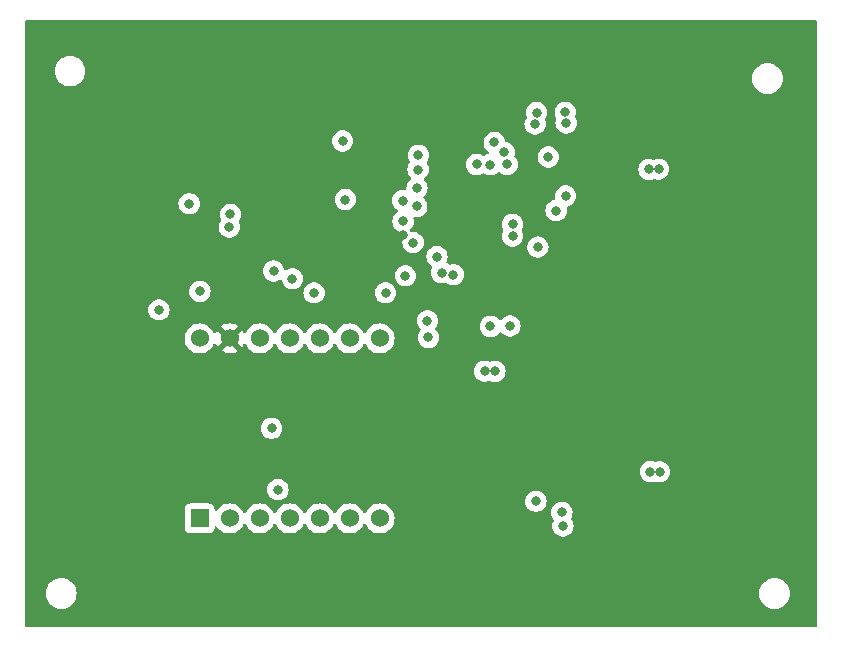
<source format=gbr>
%TF.GenerationSoftware,KiCad,Pcbnew,7.0.8*%
%TF.CreationDate,2024-08-05T22:26:54-04:00*%
%TF.ProjectId,wsg1.0,77736731-2e30-42e6-9b69-6361645f7063,rev?*%
%TF.SameCoordinates,Original*%
%TF.FileFunction,Copper,L2,Inr*%
%TF.FilePolarity,Positive*%
%FSLAX46Y46*%
G04 Gerber Fmt 4.6, Leading zero omitted, Abs format (unit mm)*
G04 Created by KiCad (PCBNEW 7.0.8) date 2024-08-05 22:26:54*
%MOMM*%
%LPD*%
G01*
G04 APERTURE LIST*
%TA.AperFunction,ComponentPad*%
%ADD10R,1.530000X1.530000*%
%TD*%
%TA.AperFunction,ComponentPad*%
%ADD11C,1.530000*%
%TD*%
%TA.AperFunction,ViaPad*%
%ADD12C,0.800000*%
%TD*%
G04 APERTURE END LIST*
D10*
%TO.N,CS-DAC*%
%TO.C,U2*%
X96680000Y-135427500D03*
D11*
%TO.N,DacLoad*%
X99220000Y-135427500D03*
%TO.N,Ready*%
X101760000Y-135427500D03*
%TO.N,CS-ADC*%
X104300000Y-135427500D03*
%TO.N,3v3*%
X106840000Y-135427500D03*
X109380000Y-135427500D03*
X111920000Y-135427500D03*
X111920000Y-120187500D03*
%TO.N,SClk*%
X109380000Y-120187500D03*
%TO.N,MISO*%
X106840000Y-120187500D03*
%TO.N,MOSI*%
X104300000Y-120187500D03*
%TO.N,3v3*%
X101760000Y-120187500D03*
%TO.N,GND1*%
X99220000Y-120187500D03*
%TO.N,Net-(D8-K)*%
X96680000Y-120187500D03*
%TD*%
D12*
%TO.N,GND*%
X114760000Y-112070000D03*
X127640000Y-101030000D03*
X126870000Y-109370000D03*
X113890000Y-108520000D03*
X135550000Y-105860000D03*
X127720000Y-101940000D03*
X113910000Y-110280000D03*
X115210000Y-104680000D03*
X126200000Y-104830000D03*
X127350000Y-134920000D03*
X93240000Y-117770000D03*
X125090000Y-102040000D03*
X99190000Y-110750000D03*
X121310000Y-119165000D03*
X122960000Y-119130000D03*
X123180000Y-111530000D03*
X127680000Y-108120000D03*
X134840000Y-131470000D03*
X135640000Y-131480000D03*
X127440000Y-136060000D03*
X108795000Y-103465000D03*
X125210000Y-101070000D03*
X123180000Y-110530000D03*
X134740000Y-105880000D03*
X115070000Y-109010000D03*
X115180000Y-105890000D03*
X99295000Y-109695000D03*
X109020000Y-108430000D03*
%TO.N,5.5V*%
X120810000Y-122965000D03*
X115090000Y-107460000D03*
X121300000Y-105470000D03*
X125317500Y-112455000D03*
X121630000Y-103600000D03*
X96710000Y-116202500D03*
X120130000Y-105460000D03*
X121690000Y-122975000D03*
X122470000Y-104440000D03*
X125160000Y-133980000D03*
X95800000Y-108780000D03*
X122720000Y-105460000D03*
%TO.N,GND1*%
X97840000Y-114240000D03*
X105500000Y-103465000D03*
X121980000Y-115890000D03*
X99200000Y-115010000D03*
X123040000Y-116680000D03*
X101980000Y-104720000D03*
X98510000Y-121600000D03*
X121980000Y-117430000D03*
X113930000Y-111390500D03*
X106310000Y-102120000D03*
X118560000Y-119010000D03*
X121537500Y-109985000D03*
X120637500Y-108845000D03*
X102750000Y-105840000D03*
X101040000Y-105830000D03*
X107070000Y-103455000D03*
X119947500Y-109985000D03*
X97950000Y-122190000D03*
X99200000Y-113360000D03*
%TO.N,CS-DAC*%
X118173530Y-114795387D03*
%TO.N,SClk*%
X112430000Y-116325000D03*
X117190565Y-114614319D03*
%TO.N,MOSI*%
X106380000Y-116325000D03*
X116784400Y-113265600D03*
%TO.N,DacLoad*%
X115973395Y-118693395D03*
%TO.N,Ready*%
X102770000Y-127800000D03*
X103310000Y-132990000D03*
X102940000Y-114485000D03*
%TO.N,MISO*%
X104540000Y-115140000D03*
%TO.N,CS-ADC*%
X114100000Y-114890000D03*
X116050000Y-120100000D03*
%TD*%
%TA.AperFunction,Conductor*%
%TO.N,GND1*%
G36*
X148902539Y-93240185D02*
G01*
X148948294Y-93292989D01*
X148959500Y-93344500D01*
X148959500Y-144485500D01*
X148939815Y-144552539D01*
X148887011Y-144598294D01*
X148835500Y-144609500D01*
X82004500Y-144609500D01*
X81937461Y-144589815D01*
X81891706Y-144537011D01*
X81880500Y-144485500D01*
X81880500Y-141770001D01*
X83664532Y-141770001D01*
X83684364Y-141996686D01*
X83684366Y-141996697D01*
X83743258Y-142216488D01*
X83743261Y-142216497D01*
X83839431Y-142422732D01*
X83839432Y-142422734D01*
X83969954Y-142609141D01*
X84130858Y-142770045D01*
X84130861Y-142770047D01*
X84317266Y-142900568D01*
X84523504Y-142996739D01*
X84743308Y-143055635D01*
X84913216Y-143070500D01*
X85026784Y-143070500D01*
X85196692Y-143055635D01*
X85416496Y-142996739D01*
X85622734Y-142900568D01*
X85809139Y-142770047D01*
X85970047Y-142609139D01*
X86100568Y-142422734D01*
X86196739Y-142216496D01*
X86255635Y-141996692D01*
X86275468Y-141770001D01*
X144064532Y-141770001D01*
X144084364Y-141996686D01*
X144084366Y-141996697D01*
X144143258Y-142216488D01*
X144143261Y-142216497D01*
X144239431Y-142422732D01*
X144239432Y-142422734D01*
X144369954Y-142609141D01*
X144530858Y-142770045D01*
X144530861Y-142770047D01*
X144717266Y-142900568D01*
X144923504Y-142996739D01*
X145143308Y-143055635D01*
X145313216Y-143070500D01*
X145426784Y-143070500D01*
X145596692Y-143055635D01*
X145816496Y-142996739D01*
X146022734Y-142900568D01*
X146209139Y-142770047D01*
X146370047Y-142609139D01*
X146500568Y-142422734D01*
X146596739Y-142216496D01*
X146655635Y-141996692D01*
X146675468Y-141770000D01*
X146655635Y-141543308D01*
X146596739Y-141323504D01*
X146500568Y-141117266D01*
X146370047Y-140930861D01*
X146370045Y-140930858D01*
X146209141Y-140769954D01*
X146022734Y-140639432D01*
X146022732Y-140639431D01*
X145816497Y-140543261D01*
X145816488Y-140543258D01*
X145596697Y-140484366D01*
X145596687Y-140484364D01*
X145426784Y-140469500D01*
X145313216Y-140469500D01*
X145143312Y-140484364D01*
X145143302Y-140484366D01*
X144923511Y-140543258D01*
X144923502Y-140543261D01*
X144717267Y-140639431D01*
X144717265Y-140639432D01*
X144530858Y-140769954D01*
X144369954Y-140930858D01*
X144239432Y-141117265D01*
X144239431Y-141117267D01*
X144143261Y-141323502D01*
X144143258Y-141323511D01*
X144084366Y-141543302D01*
X144084364Y-141543313D01*
X144064532Y-141769998D01*
X144064532Y-141770001D01*
X86275468Y-141770001D01*
X86275468Y-141770000D01*
X86255635Y-141543308D01*
X86196739Y-141323504D01*
X86100568Y-141117266D01*
X85970047Y-140930861D01*
X85970045Y-140930858D01*
X85809141Y-140769954D01*
X85622734Y-140639432D01*
X85622732Y-140639431D01*
X85416497Y-140543261D01*
X85416488Y-140543258D01*
X85196697Y-140484366D01*
X85196687Y-140484364D01*
X85026784Y-140469500D01*
X84913216Y-140469500D01*
X84743312Y-140484364D01*
X84743302Y-140484366D01*
X84523511Y-140543258D01*
X84523502Y-140543261D01*
X84317267Y-140639431D01*
X84317265Y-140639432D01*
X84130858Y-140769954D01*
X83969954Y-140930858D01*
X83839432Y-141117265D01*
X83839431Y-141117267D01*
X83743261Y-141323502D01*
X83743258Y-141323511D01*
X83684366Y-141543302D01*
X83684364Y-141543313D01*
X83664532Y-141769998D01*
X83664532Y-141770001D01*
X81880500Y-141770001D01*
X81880500Y-136240370D01*
X95414500Y-136240370D01*
X95414501Y-136240376D01*
X95420908Y-136299983D01*
X95471202Y-136434828D01*
X95471206Y-136434835D01*
X95557452Y-136550044D01*
X95557455Y-136550047D01*
X95672664Y-136636293D01*
X95672671Y-136636297D01*
X95807517Y-136686591D01*
X95807516Y-136686591D01*
X95814444Y-136687335D01*
X95867127Y-136693000D01*
X97492872Y-136692999D01*
X97552483Y-136686591D01*
X97687331Y-136636296D01*
X97802546Y-136550046D01*
X97888796Y-136434831D01*
X97939091Y-136299983D01*
X97945500Y-136240373D01*
X97945499Y-136206934D01*
X97965182Y-136139898D01*
X98017984Y-136094142D01*
X98087143Y-136084197D01*
X98150699Y-136113220D01*
X98171073Y-136135811D01*
X98246862Y-136244047D01*
X98246868Y-136244055D01*
X98403445Y-136400632D01*
X98584833Y-136527642D01*
X98705572Y-136583943D01*
X98785513Y-136621220D01*
X98785515Y-136621220D01*
X98785520Y-136621223D01*
X98999409Y-136678535D01*
X99156974Y-136692320D01*
X99219998Y-136697834D01*
X99220000Y-136697834D01*
X99220002Y-136697834D01*
X99275276Y-136692998D01*
X99440591Y-136678535D01*
X99654480Y-136621223D01*
X99855167Y-136527642D01*
X100036555Y-136400632D01*
X100193132Y-136244055D01*
X100320142Y-136062667D01*
X100377618Y-135939407D01*
X100423790Y-135886968D01*
X100490983Y-135867816D01*
X100557864Y-135888031D01*
X100602381Y-135939407D01*
X100659858Y-136062667D01*
X100786868Y-136244055D01*
X100943445Y-136400632D01*
X101124833Y-136527642D01*
X101245572Y-136583943D01*
X101325513Y-136621220D01*
X101325515Y-136621220D01*
X101325520Y-136621223D01*
X101539409Y-136678535D01*
X101696974Y-136692320D01*
X101759998Y-136697834D01*
X101760000Y-136697834D01*
X101760002Y-136697834D01*
X101815276Y-136692998D01*
X101980591Y-136678535D01*
X102194480Y-136621223D01*
X102395167Y-136527642D01*
X102576555Y-136400632D01*
X102733132Y-136244055D01*
X102860142Y-136062667D01*
X102917618Y-135939407D01*
X102963790Y-135886968D01*
X103030983Y-135867816D01*
X103097864Y-135888031D01*
X103142381Y-135939407D01*
X103199858Y-136062667D01*
X103326868Y-136244055D01*
X103483445Y-136400632D01*
X103664833Y-136527642D01*
X103785572Y-136583943D01*
X103865513Y-136621220D01*
X103865515Y-136621220D01*
X103865520Y-136621223D01*
X104079409Y-136678535D01*
X104236974Y-136692320D01*
X104299998Y-136697834D01*
X104300000Y-136697834D01*
X104300002Y-136697834D01*
X104355276Y-136692998D01*
X104520591Y-136678535D01*
X104734480Y-136621223D01*
X104935167Y-136527642D01*
X105116555Y-136400632D01*
X105273132Y-136244055D01*
X105400142Y-136062667D01*
X105457618Y-135939407D01*
X105503790Y-135886968D01*
X105570983Y-135867816D01*
X105637864Y-135888031D01*
X105682381Y-135939407D01*
X105739858Y-136062667D01*
X105866868Y-136244055D01*
X106023445Y-136400632D01*
X106204833Y-136527642D01*
X106325572Y-136583943D01*
X106405513Y-136621220D01*
X106405515Y-136621220D01*
X106405520Y-136621223D01*
X106619409Y-136678535D01*
X106776974Y-136692320D01*
X106839998Y-136697834D01*
X106840000Y-136697834D01*
X106840002Y-136697834D01*
X106895276Y-136692998D01*
X107060591Y-136678535D01*
X107274480Y-136621223D01*
X107475167Y-136527642D01*
X107656555Y-136400632D01*
X107813132Y-136244055D01*
X107940142Y-136062667D01*
X107997618Y-135939407D01*
X108043790Y-135886968D01*
X108110983Y-135867816D01*
X108177864Y-135888031D01*
X108222381Y-135939407D01*
X108279858Y-136062667D01*
X108406868Y-136244055D01*
X108563445Y-136400632D01*
X108744833Y-136527642D01*
X108865572Y-136583943D01*
X108945513Y-136621220D01*
X108945515Y-136621220D01*
X108945520Y-136621223D01*
X109159409Y-136678535D01*
X109316974Y-136692320D01*
X109379998Y-136697834D01*
X109380000Y-136697834D01*
X109380002Y-136697834D01*
X109435276Y-136692998D01*
X109600591Y-136678535D01*
X109814480Y-136621223D01*
X110015167Y-136527642D01*
X110196555Y-136400632D01*
X110353132Y-136244055D01*
X110480142Y-136062667D01*
X110537618Y-135939407D01*
X110583790Y-135886968D01*
X110650983Y-135867816D01*
X110717864Y-135888031D01*
X110762381Y-135939407D01*
X110819858Y-136062667D01*
X110946868Y-136244055D01*
X111103445Y-136400632D01*
X111284833Y-136527642D01*
X111405572Y-136583943D01*
X111485513Y-136621220D01*
X111485515Y-136621220D01*
X111485520Y-136621223D01*
X111699409Y-136678535D01*
X111856974Y-136692320D01*
X111919998Y-136697834D01*
X111920000Y-136697834D01*
X111920002Y-136697834D01*
X111975276Y-136692998D01*
X112140591Y-136678535D01*
X112354480Y-136621223D01*
X112555167Y-136527642D01*
X112736555Y-136400632D01*
X112893132Y-136244055D01*
X113020142Y-136062667D01*
X113113723Y-135861980D01*
X113171035Y-135648091D01*
X113190334Y-135427500D01*
X113171035Y-135206909D01*
X113113723Y-134993020D01*
X113101574Y-134966967D01*
X113079673Y-134920000D01*
X126444540Y-134920000D01*
X126464326Y-135108256D01*
X126464327Y-135108259D01*
X126522818Y-135288277D01*
X126522820Y-135288281D01*
X126522821Y-135288284D01*
X126617467Y-135452216D01*
X126638605Y-135475692D01*
X126668835Y-135538683D01*
X126660210Y-135608019D01*
X126653843Y-135620663D01*
X126612820Y-135691718D01*
X126612818Y-135691722D01*
X126555602Y-135867816D01*
X126554326Y-135871744D01*
X126534540Y-136060000D01*
X126554326Y-136248256D01*
X126554327Y-136248259D01*
X126612818Y-136428277D01*
X126612821Y-136428284D01*
X126707467Y-136592216D01*
X126792443Y-136686591D01*
X126834129Y-136732888D01*
X126987265Y-136844148D01*
X126987270Y-136844151D01*
X127160192Y-136921142D01*
X127160197Y-136921144D01*
X127345354Y-136960500D01*
X127345355Y-136960500D01*
X127534644Y-136960500D01*
X127534646Y-136960500D01*
X127719803Y-136921144D01*
X127892730Y-136844151D01*
X128045871Y-136732888D01*
X128172533Y-136592216D01*
X128267179Y-136428284D01*
X128325674Y-136248256D01*
X128345460Y-136060000D01*
X128325674Y-135871744D01*
X128267179Y-135691716D01*
X128172533Y-135527784D01*
X128151393Y-135504306D01*
X128121164Y-135441316D01*
X128129789Y-135371981D01*
X128136152Y-135359343D01*
X128177179Y-135288284D01*
X128235674Y-135108256D01*
X128255460Y-134920000D01*
X128235674Y-134731744D01*
X128177179Y-134551716D01*
X128082533Y-134387784D01*
X127955871Y-134247112D01*
X127937517Y-134233777D01*
X127802734Y-134135851D01*
X127802729Y-134135848D01*
X127629807Y-134058857D01*
X127629802Y-134058855D01*
X127484001Y-134027865D01*
X127444646Y-134019500D01*
X127255354Y-134019500D01*
X127222897Y-134026398D01*
X127070197Y-134058855D01*
X127070192Y-134058857D01*
X126897270Y-134135848D01*
X126897265Y-134135851D01*
X126744129Y-134247111D01*
X126617466Y-134387785D01*
X126522821Y-134551715D01*
X126522818Y-134551722D01*
X126468405Y-134719190D01*
X126464326Y-134731744D01*
X126444540Y-134920000D01*
X113079673Y-134920000D01*
X113076443Y-134913072D01*
X113020142Y-134792333D01*
X112893132Y-134610945D01*
X112736555Y-134454368D01*
X112555167Y-134327358D01*
X112555163Y-134327356D01*
X112354486Y-134233779D01*
X112354475Y-134233775D01*
X112140592Y-134176465D01*
X112140585Y-134176464D01*
X111920002Y-134157166D01*
X111919998Y-134157166D01*
X111699414Y-134176464D01*
X111699407Y-134176465D01*
X111485524Y-134233775D01*
X111485513Y-134233779D01*
X111284836Y-134327356D01*
X111284834Y-134327357D01*
X111103444Y-134454368D01*
X110946868Y-134610944D01*
X110819857Y-134792334D01*
X110819856Y-134792336D01*
X110762382Y-134915591D01*
X110716210Y-134968031D01*
X110649017Y-134987183D01*
X110582135Y-134966967D01*
X110537618Y-134915591D01*
X110480143Y-134792336D01*
X110480142Y-134792334D01*
X110480142Y-134792333D01*
X110353132Y-134610945D01*
X110196555Y-134454368D01*
X110015167Y-134327358D01*
X110015163Y-134327356D01*
X109814486Y-134233779D01*
X109814475Y-134233775D01*
X109600592Y-134176465D01*
X109600585Y-134176464D01*
X109380002Y-134157166D01*
X109379998Y-134157166D01*
X109159414Y-134176464D01*
X109159407Y-134176465D01*
X108945524Y-134233775D01*
X108945513Y-134233779D01*
X108744836Y-134327356D01*
X108744834Y-134327357D01*
X108563444Y-134454368D01*
X108406868Y-134610944D01*
X108279857Y-134792334D01*
X108279856Y-134792336D01*
X108222382Y-134915591D01*
X108176210Y-134968031D01*
X108109017Y-134987183D01*
X108042135Y-134966967D01*
X107997618Y-134915591D01*
X107940143Y-134792336D01*
X107940142Y-134792334D01*
X107940142Y-134792333D01*
X107813132Y-134610945D01*
X107656555Y-134454368D01*
X107475167Y-134327358D01*
X107475163Y-134327356D01*
X107274486Y-134233779D01*
X107274475Y-134233775D01*
X107060592Y-134176465D01*
X107060585Y-134176464D01*
X106840002Y-134157166D01*
X106839998Y-134157166D01*
X106619414Y-134176464D01*
X106619407Y-134176465D01*
X106405524Y-134233775D01*
X106405513Y-134233779D01*
X106204836Y-134327356D01*
X106204834Y-134327357D01*
X106023444Y-134454368D01*
X105866868Y-134610944D01*
X105739857Y-134792334D01*
X105739856Y-134792336D01*
X105682382Y-134915591D01*
X105636210Y-134968031D01*
X105569017Y-134987183D01*
X105502135Y-134966967D01*
X105457618Y-134915591D01*
X105400143Y-134792336D01*
X105400142Y-134792334D01*
X105400142Y-134792333D01*
X105273132Y-134610945D01*
X105116555Y-134454368D01*
X104935167Y-134327358D01*
X104935163Y-134327356D01*
X104734486Y-134233779D01*
X104734475Y-134233775D01*
X104520592Y-134176465D01*
X104520585Y-134176464D01*
X104300002Y-134157166D01*
X104299998Y-134157166D01*
X104079414Y-134176464D01*
X104079407Y-134176465D01*
X103865524Y-134233775D01*
X103865513Y-134233779D01*
X103664836Y-134327356D01*
X103664834Y-134327357D01*
X103483444Y-134454368D01*
X103326868Y-134610944D01*
X103199857Y-134792334D01*
X103199856Y-134792336D01*
X103142382Y-134915591D01*
X103096210Y-134968031D01*
X103029017Y-134987183D01*
X102962135Y-134966967D01*
X102917618Y-134915591D01*
X102860143Y-134792336D01*
X102860142Y-134792334D01*
X102860142Y-134792333D01*
X102733132Y-134610945D01*
X102576555Y-134454368D01*
X102395167Y-134327358D01*
X102395163Y-134327356D01*
X102194486Y-134233779D01*
X102194475Y-134233775D01*
X101980592Y-134176465D01*
X101980585Y-134176464D01*
X101760002Y-134157166D01*
X101759998Y-134157166D01*
X101539414Y-134176464D01*
X101539407Y-134176465D01*
X101325524Y-134233775D01*
X101325513Y-134233779D01*
X101124836Y-134327356D01*
X101124834Y-134327357D01*
X100943444Y-134454368D01*
X100786868Y-134610944D01*
X100659857Y-134792334D01*
X100659856Y-134792336D01*
X100602382Y-134915591D01*
X100556210Y-134968031D01*
X100489017Y-134987183D01*
X100422135Y-134966967D01*
X100377618Y-134915591D01*
X100320143Y-134792336D01*
X100320142Y-134792334D01*
X100320142Y-134792333D01*
X100193132Y-134610945D01*
X100036555Y-134454368D01*
X99855167Y-134327358D01*
X99855163Y-134327356D01*
X99654486Y-134233779D01*
X99654475Y-134233775D01*
X99440592Y-134176465D01*
X99440585Y-134176464D01*
X99220002Y-134157166D01*
X99219998Y-134157166D01*
X98999414Y-134176464D01*
X98999407Y-134176465D01*
X98785524Y-134233775D01*
X98785513Y-134233779D01*
X98584836Y-134327356D01*
X98584834Y-134327357D01*
X98403444Y-134454368D01*
X98246868Y-134610944D01*
X98171074Y-134719190D01*
X98116497Y-134762815D01*
X98046998Y-134770007D01*
X97984644Y-134738485D01*
X97949230Y-134678255D01*
X97945499Y-134648066D01*
X97945499Y-134614629D01*
X97945498Y-134614623D01*
X97945497Y-134614616D01*
X97939091Y-134555017D01*
X97937859Y-134551715D01*
X97888797Y-134420171D01*
X97888793Y-134420164D01*
X97802547Y-134304955D01*
X97802544Y-134304952D01*
X97687335Y-134218706D01*
X97687328Y-134218702D01*
X97552482Y-134168408D01*
X97552483Y-134168408D01*
X97492883Y-134162001D01*
X97492881Y-134162000D01*
X97492873Y-134162000D01*
X97492864Y-134162000D01*
X95867129Y-134162000D01*
X95867123Y-134162001D01*
X95807516Y-134168408D01*
X95672671Y-134218702D01*
X95672664Y-134218706D01*
X95557455Y-134304952D01*
X95557452Y-134304955D01*
X95471206Y-134420164D01*
X95471202Y-134420171D01*
X95420908Y-134555017D01*
X95414896Y-134610944D01*
X95414501Y-134614623D01*
X95414500Y-134614635D01*
X95414500Y-136240370D01*
X81880500Y-136240370D01*
X81880500Y-133980000D01*
X124254540Y-133980000D01*
X124274326Y-134168256D01*
X124274327Y-134168259D01*
X124332818Y-134348277D01*
X124332821Y-134348284D01*
X124427467Y-134512216D01*
X124519686Y-134614635D01*
X124554129Y-134652888D01*
X124707265Y-134764148D01*
X124707270Y-134764151D01*
X124880192Y-134841142D01*
X124880197Y-134841144D01*
X125065354Y-134880500D01*
X125065355Y-134880500D01*
X125254644Y-134880500D01*
X125254646Y-134880500D01*
X125439803Y-134841144D01*
X125612730Y-134764151D01*
X125765871Y-134652888D01*
X125892533Y-134512216D01*
X125987179Y-134348284D01*
X126045674Y-134168256D01*
X126065460Y-133980000D01*
X126045674Y-133791744D01*
X125987179Y-133611716D01*
X125892533Y-133447784D01*
X125765871Y-133307112D01*
X125765870Y-133307111D01*
X125612734Y-133195851D01*
X125612729Y-133195848D01*
X125439807Y-133118857D01*
X125439802Y-133118855D01*
X125294001Y-133087865D01*
X125254646Y-133079500D01*
X125065354Y-133079500D01*
X125032897Y-133086398D01*
X124880197Y-133118855D01*
X124880192Y-133118857D01*
X124707270Y-133195848D01*
X124707265Y-133195851D01*
X124554129Y-133307111D01*
X124427466Y-133447785D01*
X124332821Y-133611715D01*
X124332818Y-133611722D01*
X124280043Y-133774148D01*
X124274326Y-133791744D01*
X124254540Y-133980000D01*
X81880500Y-133980000D01*
X81880500Y-132990000D01*
X102404540Y-132990000D01*
X102424326Y-133178256D01*
X102424327Y-133178259D01*
X102482818Y-133358277D01*
X102482821Y-133358284D01*
X102577467Y-133522216D01*
X102658059Y-133611722D01*
X102704129Y-133662888D01*
X102857265Y-133774148D01*
X102857270Y-133774151D01*
X103030192Y-133851142D01*
X103030197Y-133851144D01*
X103215354Y-133890500D01*
X103215355Y-133890500D01*
X103404644Y-133890500D01*
X103404646Y-133890500D01*
X103589803Y-133851144D01*
X103762730Y-133774151D01*
X103915871Y-133662888D01*
X104042533Y-133522216D01*
X104137179Y-133358284D01*
X104195674Y-133178256D01*
X104215460Y-132990000D01*
X104195674Y-132801744D01*
X104137179Y-132621716D01*
X104042533Y-132457784D01*
X103915871Y-132317112D01*
X103868408Y-132282628D01*
X103762734Y-132205851D01*
X103762729Y-132205848D01*
X103589807Y-132128857D01*
X103589802Y-132128855D01*
X103444001Y-132097865D01*
X103404646Y-132089500D01*
X103215354Y-132089500D01*
X103182897Y-132096398D01*
X103030197Y-132128855D01*
X103030192Y-132128857D01*
X102857270Y-132205848D01*
X102857265Y-132205851D01*
X102704129Y-132317111D01*
X102577466Y-132457785D01*
X102482821Y-132621715D01*
X102482818Y-132621722D01*
X102424327Y-132801740D01*
X102424326Y-132801744D01*
X102404540Y-132990000D01*
X81880500Y-132990000D01*
X81880500Y-131470000D01*
X133934540Y-131470000D01*
X133954326Y-131658256D01*
X133954327Y-131658259D01*
X134012818Y-131838277D01*
X134012821Y-131838284D01*
X134107467Y-132002216D01*
X134221495Y-132128857D01*
X134234129Y-132142888D01*
X134387265Y-132254148D01*
X134387270Y-132254151D01*
X134560192Y-132331142D01*
X134560197Y-132331144D01*
X134745354Y-132370500D01*
X134745355Y-132370500D01*
X134934644Y-132370500D01*
X134934646Y-132370500D01*
X135119803Y-132331144D01*
X135178333Y-132305083D01*
X135247581Y-132295798D01*
X135279205Y-132305084D01*
X135360192Y-132341142D01*
X135360197Y-132341144D01*
X135545354Y-132380500D01*
X135545355Y-132380500D01*
X135734644Y-132380500D01*
X135734646Y-132380500D01*
X135919803Y-132341144D01*
X136092730Y-132264151D01*
X136245871Y-132152888D01*
X136372533Y-132012216D01*
X136467179Y-131848284D01*
X136525674Y-131668256D01*
X136545460Y-131480000D01*
X136525674Y-131291744D01*
X136467179Y-131111716D01*
X136372533Y-130947784D01*
X136245871Y-130807112D01*
X136245870Y-130807111D01*
X136092734Y-130695851D01*
X136092729Y-130695848D01*
X135919807Y-130618857D01*
X135919802Y-130618855D01*
X135774001Y-130587865D01*
X135734646Y-130579500D01*
X135545354Y-130579500D01*
X135505999Y-130587865D01*
X135360198Y-130618855D01*
X135360197Y-130618855D01*
X135301665Y-130644916D01*
X135232415Y-130654200D01*
X135200797Y-130644917D01*
X135119803Y-130608856D01*
X135119801Y-130608855D01*
X135119802Y-130608855D01*
X134974001Y-130577865D01*
X134934646Y-130569500D01*
X134745354Y-130569500D01*
X134712897Y-130576398D01*
X134560197Y-130608855D01*
X134560192Y-130608857D01*
X134387270Y-130685848D01*
X134387265Y-130685851D01*
X134234129Y-130797111D01*
X134107466Y-130937785D01*
X134012821Y-131101715D01*
X134012818Y-131101722D01*
X133954327Y-131281740D01*
X133954326Y-131281744D01*
X133934540Y-131470000D01*
X81880500Y-131470000D01*
X81880500Y-127800000D01*
X101864540Y-127800000D01*
X101884326Y-127988256D01*
X101884327Y-127988259D01*
X101942818Y-128168277D01*
X101942821Y-128168284D01*
X102037467Y-128332216D01*
X102164129Y-128472888D01*
X102317265Y-128584148D01*
X102317270Y-128584151D01*
X102490192Y-128661142D01*
X102490197Y-128661144D01*
X102675354Y-128700500D01*
X102675355Y-128700500D01*
X102864644Y-128700500D01*
X102864646Y-128700500D01*
X103049803Y-128661144D01*
X103222730Y-128584151D01*
X103375871Y-128472888D01*
X103502533Y-128332216D01*
X103597179Y-128168284D01*
X103655674Y-127988256D01*
X103675460Y-127800000D01*
X103655674Y-127611744D01*
X103597179Y-127431716D01*
X103502533Y-127267784D01*
X103375871Y-127127112D01*
X103375870Y-127127111D01*
X103222734Y-127015851D01*
X103222729Y-127015848D01*
X103049807Y-126938857D01*
X103049802Y-126938855D01*
X102904001Y-126907865D01*
X102864646Y-126899500D01*
X102675354Y-126899500D01*
X102642897Y-126906398D01*
X102490197Y-126938855D01*
X102490192Y-126938857D01*
X102317270Y-127015848D01*
X102317265Y-127015851D01*
X102164129Y-127127111D01*
X102037466Y-127267785D01*
X101942821Y-127431715D01*
X101942818Y-127431722D01*
X101884327Y-127611740D01*
X101884326Y-127611744D01*
X101864540Y-127800000D01*
X81880500Y-127800000D01*
X81880500Y-122965000D01*
X119904540Y-122965000D01*
X119924326Y-123153256D01*
X119924327Y-123153259D01*
X119982818Y-123333277D01*
X119982821Y-123333284D01*
X120077467Y-123497216D01*
X120204129Y-123637888D01*
X120357265Y-123749148D01*
X120357270Y-123749151D01*
X120530192Y-123826142D01*
X120530197Y-123826144D01*
X120715354Y-123865500D01*
X120715355Y-123865500D01*
X120904644Y-123865500D01*
X120904646Y-123865500D01*
X121089803Y-123826144D01*
X121188334Y-123782273D01*
X121257582Y-123772988D01*
X121289203Y-123782273D01*
X121410197Y-123836144D01*
X121595354Y-123875500D01*
X121595355Y-123875500D01*
X121784644Y-123875500D01*
X121784646Y-123875500D01*
X121969803Y-123836144D01*
X122142730Y-123759151D01*
X122295871Y-123647888D01*
X122422533Y-123507216D01*
X122517179Y-123343284D01*
X122575674Y-123163256D01*
X122595460Y-122975000D01*
X122575674Y-122786744D01*
X122517179Y-122606716D01*
X122422533Y-122442784D01*
X122295871Y-122302112D01*
X122295870Y-122302111D01*
X122142734Y-122190851D01*
X122142729Y-122190848D01*
X121969807Y-122113857D01*
X121969802Y-122113855D01*
X121824001Y-122082865D01*
X121784646Y-122074500D01*
X121595354Y-122074500D01*
X121562897Y-122081398D01*
X121410197Y-122113855D01*
X121410192Y-122113857D01*
X121311665Y-122157725D01*
X121242415Y-122167010D01*
X121210794Y-122157725D01*
X121161687Y-122135861D01*
X121089806Y-122103857D01*
X121089802Y-122103855D01*
X120944001Y-122072865D01*
X120904646Y-122064500D01*
X120715354Y-122064500D01*
X120682897Y-122071398D01*
X120530197Y-122103855D01*
X120530192Y-122103857D01*
X120357270Y-122180848D01*
X120357265Y-122180851D01*
X120204129Y-122292111D01*
X120077466Y-122432785D01*
X119982821Y-122596715D01*
X119982818Y-122596722D01*
X119924327Y-122776740D01*
X119924326Y-122776744D01*
X119904540Y-122965000D01*
X81880500Y-122965000D01*
X81880500Y-120187501D01*
X95409666Y-120187501D01*
X95428964Y-120408085D01*
X95428965Y-120408092D01*
X95486275Y-120621975D01*
X95486279Y-120621986D01*
X95556646Y-120772888D01*
X95579858Y-120822667D01*
X95706868Y-121004055D01*
X95863445Y-121160632D01*
X96044833Y-121287642D01*
X96165572Y-121343943D01*
X96245513Y-121381220D01*
X96245515Y-121381220D01*
X96245520Y-121381223D01*
X96459409Y-121438535D01*
X96616974Y-121452320D01*
X96679998Y-121457834D01*
X96680000Y-121457834D01*
X96680002Y-121457834D01*
X96735147Y-121453009D01*
X96900591Y-121438535D01*
X97114480Y-121381223D01*
X97315167Y-121287642D01*
X97496555Y-121160632D01*
X97653132Y-121004055D01*
X97780142Y-120822667D01*
X97837895Y-120698812D01*
X97884064Y-120646378D01*
X97951258Y-120627225D01*
X98018139Y-120647440D01*
X98062657Y-120698816D01*
X98120295Y-120822419D01*
X98166103Y-120887841D01*
X98166105Y-120887842D01*
X98728866Y-120325080D01*
X98751318Y-120401540D01*
X98830605Y-120524913D01*
X98941438Y-120620951D01*
X99074839Y-120681873D01*
X99078633Y-120682418D01*
X98519656Y-121241394D01*
X98585083Y-121287206D01*
X98585085Y-121287207D01*
X98785690Y-121380750D01*
X98785699Y-121380754D01*
X98999490Y-121438038D01*
X98999500Y-121438040D01*
X99219999Y-121457332D01*
X99220001Y-121457332D01*
X99440499Y-121438040D01*
X99440509Y-121438038D01*
X99654300Y-121380754D01*
X99654309Y-121380750D01*
X99854915Y-121287206D01*
X99920342Y-121241394D01*
X99361366Y-120682418D01*
X99365161Y-120681873D01*
X99498562Y-120620951D01*
X99609395Y-120524913D01*
X99688682Y-120401540D01*
X99711133Y-120325080D01*
X100273894Y-120887842D01*
X100319707Y-120822414D01*
X100319708Y-120822412D01*
X100377342Y-120698817D01*
X100423514Y-120646377D01*
X100490707Y-120627225D01*
X100557589Y-120647441D01*
X100602106Y-120698817D01*
X100659858Y-120822667D01*
X100786868Y-121004055D01*
X100943445Y-121160632D01*
X101124833Y-121287642D01*
X101245572Y-121343943D01*
X101325513Y-121381220D01*
X101325515Y-121381220D01*
X101325520Y-121381223D01*
X101539409Y-121438535D01*
X101696974Y-121452320D01*
X101759998Y-121457834D01*
X101760000Y-121457834D01*
X101760002Y-121457834D01*
X101815147Y-121453009D01*
X101980591Y-121438535D01*
X102194480Y-121381223D01*
X102395167Y-121287642D01*
X102576555Y-121160632D01*
X102733132Y-121004055D01*
X102860142Y-120822667D01*
X102917618Y-120699407D01*
X102963790Y-120646968D01*
X103030983Y-120627816D01*
X103097864Y-120648031D01*
X103142381Y-120699407D01*
X103199858Y-120822667D01*
X103326868Y-121004055D01*
X103483445Y-121160632D01*
X103664833Y-121287642D01*
X103785572Y-121343943D01*
X103865513Y-121381220D01*
X103865515Y-121381220D01*
X103865520Y-121381223D01*
X104079409Y-121438535D01*
X104236974Y-121452320D01*
X104299998Y-121457834D01*
X104300000Y-121457834D01*
X104300002Y-121457834D01*
X104355147Y-121453009D01*
X104520591Y-121438535D01*
X104734480Y-121381223D01*
X104935167Y-121287642D01*
X105116555Y-121160632D01*
X105273132Y-121004055D01*
X105400142Y-120822667D01*
X105457618Y-120699407D01*
X105503790Y-120646968D01*
X105570983Y-120627816D01*
X105637864Y-120648031D01*
X105682381Y-120699407D01*
X105739858Y-120822667D01*
X105866868Y-121004055D01*
X106023445Y-121160632D01*
X106204833Y-121287642D01*
X106325572Y-121343943D01*
X106405513Y-121381220D01*
X106405515Y-121381220D01*
X106405520Y-121381223D01*
X106619409Y-121438535D01*
X106776974Y-121452320D01*
X106839998Y-121457834D01*
X106840000Y-121457834D01*
X106840002Y-121457834D01*
X106895147Y-121453009D01*
X107060591Y-121438535D01*
X107274480Y-121381223D01*
X107475167Y-121287642D01*
X107656555Y-121160632D01*
X107813132Y-121004055D01*
X107940142Y-120822667D01*
X107997618Y-120699407D01*
X108043790Y-120646968D01*
X108110983Y-120627816D01*
X108177864Y-120648031D01*
X108222381Y-120699407D01*
X108279858Y-120822667D01*
X108406868Y-121004055D01*
X108563445Y-121160632D01*
X108744833Y-121287642D01*
X108865572Y-121343943D01*
X108945513Y-121381220D01*
X108945515Y-121381220D01*
X108945520Y-121381223D01*
X109159409Y-121438535D01*
X109316974Y-121452320D01*
X109379998Y-121457834D01*
X109380000Y-121457834D01*
X109380002Y-121457834D01*
X109435147Y-121453009D01*
X109600591Y-121438535D01*
X109814480Y-121381223D01*
X110015167Y-121287642D01*
X110196555Y-121160632D01*
X110353132Y-121004055D01*
X110480142Y-120822667D01*
X110537618Y-120699407D01*
X110583790Y-120646968D01*
X110650983Y-120627816D01*
X110717864Y-120648031D01*
X110762381Y-120699407D01*
X110819858Y-120822667D01*
X110946868Y-121004055D01*
X111103445Y-121160632D01*
X111284833Y-121287642D01*
X111405572Y-121343943D01*
X111485513Y-121381220D01*
X111485515Y-121381220D01*
X111485520Y-121381223D01*
X111699409Y-121438535D01*
X111856974Y-121452320D01*
X111919998Y-121457834D01*
X111920000Y-121457834D01*
X111920002Y-121457834D01*
X111975147Y-121453009D01*
X112140591Y-121438535D01*
X112354480Y-121381223D01*
X112555167Y-121287642D01*
X112736555Y-121160632D01*
X112893132Y-121004055D01*
X113020142Y-120822667D01*
X113113723Y-120621980D01*
X113171035Y-120408091D01*
X113190334Y-120187500D01*
X113171035Y-119966909D01*
X113113723Y-119753020D01*
X113103788Y-119731715D01*
X113027347Y-119567784D01*
X113020142Y-119552333D01*
X112893132Y-119370945D01*
X112736555Y-119214368D01*
X112555167Y-119087358D01*
X112500083Y-119061672D01*
X112354486Y-118993779D01*
X112354475Y-118993775D01*
X112140592Y-118936465D01*
X112140585Y-118936464D01*
X111920002Y-118917166D01*
X111919998Y-118917166D01*
X111699414Y-118936464D01*
X111699407Y-118936465D01*
X111485524Y-118993775D01*
X111485513Y-118993779D01*
X111284836Y-119087356D01*
X111284834Y-119087357D01*
X111103444Y-119214368D01*
X110946868Y-119370944D01*
X110819857Y-119552334D01*
X110819856Y-119552336D01*
X110762382Y-119675591D01*
X110716210Y-119728031D01*
X110649017Y-119747183D01*
X110582135Y-119726967D01*
X110537618Y-119675591D01*
X110487347Y-119567784D01*
X110480142Y-119552333D01*
X110353132Y-119370945D01*
X110196555Y-119214368D01*
X110015167Y-119087358D01*
X109960083Y-119061672D01*
X109814486Y-118993779D01*
X109814475Y-118993775D01*
X109600592Y-118936465D01*
X109600585Y-118936464D01*
X109380002Y-118917166D01*
X109379998Y-118917166D01*
X109159414Y-118936464D01*
X109159407Y-118936465D01*
X108945524Y-118993775D01*
X108945513Y-118993779D01*
X108744836Y-119087356D01*
X108744834Y-119087357D01*
X108563444Y-119214368D01*
X108406868Y-119370944D01*
X108279857Y-119552334D01*
X108279856Y-119552336D01*
X108222382Y-119675591D01*
X108176210Y-119728031D01*
X108109017Y-119747183D01*
X108042135Y-119726967D01*
X107997618Y-119675591D01*
X107947347Y-119567784D01*
X107940142Y-119552333D01*
X107813132Y-119370945D01*
X107656555Y-119214368D01*
X107475167Y-119087358D01*
X107420083Y-119061672D01*
X107274486Y-118993779D01*
X107274475Y-118993775D01*
X107060592Y-118936465D01*
X107060585Y-118936464D01*
X106840002Y-118917166D01*
X106839998Y-118917166D01*
X106619414Y-118936464D01*
X106619407Y-118936465D01*
X106405524Y-118993775D01*
X106405513Y-118993779D01*
X106204836Y-119087356D01*
X106204834Y-119087357D01*
X106023444Y-119214368D01*
X105866868Y-119370944D01*
X105739857Y-119552334D01*
X105739856Y-119552336D01*
X105682382Y-119675591D01*
X105636210Y-119728031D01*
X105569017Y-119747183D01*
X105502135Y-119726967D01*
X105457618Y-119675591D01*
X105407347Y-119567784D01*
X105400142Y-119552333D01*
X105273132Y-119370945D01*
X105116555Y-119214368D01*
X104935167Y-119087358D01*
X104880083Y-119061672D01*
X104734486Y-118993779D01*
X104734475Y-118993775D01*
X104520592Y-118936465D01*
X104520585Y-118936464D01*
X104300002Y-118917166D01*
X104299998Y-118917166D01*
X104079414Y-118936464D01*
X104079407Y-118936465D01*
X103865524Y-118993775D01*
X103865513Y-118993779D01*
X103664836Y-119087356D01*
X103664834Y-119087357D01*
X103483444Y-119214368D01*
X103326868Y-119370944D01*
X103199857Y-119552334D01*
X103199856Y-119552336D01*
X103142382Y-119675591D01*
X103096210Y-119728031D01*
X103029017Y-119747183D01*
X102962135Y-119726967D01*
X102917618Y-119675591D01*
X102867347Y-119567784D01*
X102860142Y-119552333D01*
X102733132Y-119370945D01*
X102576555Y-119214368D01*
X102395167Y-119087358D01*
X102340083Y-119061672D01*
X102194486Y-118993779D01*
X102194475Y-118993775D01*
X101980592Y-118936465D01*
X101980585Y-118936464D01*
X101760002Y-118917166D01*
X101759998Y-118917166D01*
X101539414Y-118936464D01*
X101539407Y-118936465D01*
X101325524Y-118993775D01*
X101325513Y-118993779D01*
X101124836Y-119087356D01*
X101124834Y-119087357D01*
X100943444Y-119214368D01*
X100786868Y-119370944D01*
X100659857Y-119552333D01*
X100602106Y-119676183D01*
X100555934Y-119728622D01*
X100488740Y-119747774D01*
X100421859Y-119727558D01*
X100377342Y-119676183D01*
X100319707Y-119552585D01*
X100319706Y-119552583D01*
X100273894Y-119487157D01*
X100273894Y-119487156D01*
X99711132Y-120049918D01*
X99688682Y-119973460D01*
X99609395Y-119850087D01*
X99498562Y-119754049D01*
X99365161Y-119693127D01*
X99361366Y-119692581D01*
X99920342Y-119133605D01*
X99920341Y-119133603D01*
X99854919Y-119087795D01*
X99654309Y-118994249D01*
X99654300Y-118994245D01*
X99440509Y-118936961D01*
X99440499Y-118936959D01*
X99220001Y-118917668D01*
X99219999Y-118917668D01*
X98999500Y-118936959D01*
X98999490Y-118936961D01*
X98785699Y-118994245D01*
X98785690Y-118994249D01*
X98585084Y-119087793D01*
X98519657Y-119133604D01*
X99078634Y-119692581D01*
X99074839Y-119693127D01*
X98941438Y-119754049D01*
X98830605Y-119850087D01*
X98751318Y-119973460D01*
X98728866Y-120049919D01*
X98166104Y-119487157D01*
X98120293Y-119552584D01*
X98062657Y-119676183D01*
X98016484Y-119728622D01*
X97949290Y-119747774D01*
X97882409Y-119727558D01*
X97837893Y-119676182D01*
X97780142Y-119552333D01*
X97653132Y-119370945D01*
X97496555Y-119214368D01*
X97315167Y-119087358D01*
X97260083Y-119061672D01*
X97114486Y-118993779D01*
X97114475Y-118993775D01*
X96900592Y-118936465D01*
X96900585Y-118936464D01*
X96680002Y-118917166D01*
X96679998Y-118917166D01*
X96459414Y-118936464D01*
X96459407Y-118936465D01*
X96245524Y-118993775D01*
X96245513Y-118993779D01*
X96044836Y-119087356D01*
X96044834Y-119087357D01*
X95863444Y-119214368D01*
X95706868Y-119370944D01*
X95579857Y-119552334D01*
X95579856Y-119552336D01*
X95486279Y-119753013D01*
X95486275Y-119753024D01*
X95428965Y-119966907D01*
X95428964Y-119966914D01*
X95409666Y-120187498D01*
X95409666Y-120187501D01*
X81880500Y-120187501D01*
X81880500Y-118693395D01*
X115067935Y-118693395D01*
X115087721Y-118881651D01*
X115087722Y-118881654D01*
X115146213Y-119061672D01*
X115146216Y-119061679D01*
X115240862Y-119225611D01*
X115355797Y-119353259D01*
X115358503Y-119356264D01*
X115388733Y-119419255D01*
X115380108Y-119488590D01*
X115358504Y-119522207D01*
X115317466Y-119567785D01*
X115222821Y-119731715D01*
X115222818Y-119731722D01*
X115164327Y-119911740D01*
X115164326Y-119911744D01*
X115144540Y-120100000D01*
X115164326Y-120288256D01*
X115164327Y-120288259D01*
X115222818Y-120468277D01*
X115222821Y-120468284D01*
X115317467Y-120632216D01*
X115444129Y-120772888D01*
X115597265Y-120884148D01*
X115597270Y-120884151D01*
X115770192Y-120961142D01*
X115770197Y-120961144D01*
X115955354Y-121000500D01*
X115955355Y-121000500D01*
X116144644Y-121000500D01*
X116144646Y-121000500D01*
X116329803Y-120961144D01*
X116502730Y-120884151D01*
X116655871Y-120772888D01*
X116782533Y-120632216D01*
X116877179Y-120468284D01*
X116935674Y-120288256D01*
X116955460Y-120100000D01*
X116935674Y-119911744D01*
X116877179Y-119731716D01*
X116782533Y-119567784D01*
X116664890Y-119437129D01*
X116634661Y-119374139D01*
X116643286Y-119304804D01*
X116664889Y-119271188D01*
X116705928Y-119225611D01*
X116740922Y-119165000D01*
X120404540Y-119165000D01*
X120424326Y-119353256D01*
X120424327Y-119353259D01*
X120482818Y-119533277D01*
X120482821Y-119533284D01*
X120577467Y-119697216D01*
X120704129Y-119837888D01*
X120857265Y-119949148D01*
X120857270Y-119949151D01*
X121030192Y-120026142D01*
X121030197Y-120026144D01*
X121215354Y-120065500D01*
X121215355Y-120065500D01*
X121404644Y-120065500D01*
X121404646Y-120065500D01*
X121589803Y-120026144D01*
X121762730Y-119949151D01*
X121915871Y-119837888D01*
X122042533Y-119697216D01*
X122042534Y-119697212D01*
X122046355Y-119691956D01*
X122047677Y-119692916D01*
X122092307Y-119650346D01*
X122160911Y-119637109D01*
X122225781Y-119663064D01*
X122241299Y-119677578D01*
X122354129Y-119802888D01*
X122507265Y-119914148D01*
X122507270Y-119914151D01*
X122680192Y-119991142D01*
X122680197Y-119991144D01*
X122865354Y-120030500D01*
X122865355Y-120030500D01*
X123054644Y-120030500D01*
X123054646Y-120030500D01*
X123239803Y-119991144D01*
X123412730Y-119914151D01*
X123565871Y-119802888D01*
X123692533Y-119662216D01*
X123787179Y-119498284D01*
X123845674Y-119318256D01*
X123865460Y-119130000D01*
X123845674Y-118941744D01*
X123787179Y-118761716D01*
X123692533Y-118597784D01*
X123565871Y-118457112D01*
X123565870Y-118457111D01*
X123412734Y-118345851D01*
X123412729Y-118345848D01*
X123239807Y-118268857D01*
X123239802Y-118268855D01*
X123094001Y-118237865D01*
X123054646Y-118229500D01*
X122865354Y-118229500D01*
X122832897Y-118236398D01*
X122680197Y-118268855D01*
X122680192Y-118268857D01*
X122507270Y-118345848D01*
X122507265Y-118345851D01*
X122354129Y-118457111D01*
X122227465Y-118597785D01*
X122223645Y-118603044D01*
X122222327Y-118602086D01*
X122177662Y-118644669D01*
X122109054Y-118657887D01*
X122044191Y-118631914D01*
X122028700Y-118617421D01*
X121915870Y-118492111D01*
X121762734Y-118380851D01*
X121762729Y-118380848D01*
X121589807Y-118303857D01*
X121589802Y-118303855D01*
X121425144Y-118268857D01*
X121404646Y-118264500D01*
X121215354Y-118264500D01*
X121194856Y-118268857D01*
X121030197Y-118303855D01*
X121030192Y-118303857D01*
X120857270Y-118380848D01*
X120857265Y-118380851D01*
X120704129Y-118492111D01*
X120577466Y-118632785D01*
X120482821Y-118796715D01*
X120482818Y-118796722D01*
X120435698Y-118941744D01*
X120424326Y-118976744D01*
X120404540Y-119165000D01*
X116740922Y-119165000D01*
X116800574Y-119061679D01*
X116859069Y-118881651D01*
X116878855Y-118693395D01*
X116859069Y-118505139D01*
X116800574Y-118325111D01*
X116705928Y-118161179D01*
X116579266Y-118020507D01*
X116493585Y-117958256D01*
X116426129Y-117909246D01*
X116426124Y-117909243D01*
X116253202Y-117832252D01*
X116253197Y-117832250D01*
X116107396Y-117801260D01*
X116068041Y-117792895D01*
X115878749Y-117792895D01*
X115846292Y-117799793D01*
X115693592Y-117832250D01*
X115693587Y-117832252D01*
X115520665Y-117909243D01*
X115520660Y-117909246D01*
X115367524Y-118020506D01*
X115240861Y-118161180D01*
X115146216Y-118325110D01*
X115146213Y-118325117D01*
X115087722Y-118505135D01*
X115087721Y-118505139D01*
X115067935Y-118693395D01*
X81880500Y-118693395D01*
X81880500Y-117770000D01*
X92334540Y-117770000D01*
X92354326Y-117958256D01*
X92354327Y-117958259D01*
X92412818Y-118138277D01*
X92412821Y-118138284D01*
X92507467Y-118302216D01*
X92634129Y-118442888D01*
X92787265Y-118554148D01*
X92787270Y-118554151D01*
X92960192Y-118631142D01*
X92960197Y-118631144D01*
X93145354Y-118670500D01*
X93145355Y-118670500D01*
X93334644Y-118670500D01*
X93334646Y-118670500D01*
X93519803Y-118631144D01*
X93692730Y-118554151D01*
X93845871Y-118442888D01*
X93972533Y-118302216D01*
X94067179Y-118138284D01*
X94125674Y-117958256D01*
X94145460Y-117770000D01*
X94125674Y-117581744D01*
X94067179Y-117401716D01*
X93972533Y-117237784D01*
X93845871Y-117097112D01*
X93845870Y-117097111D01*
X93692734Y-116985851D01*
X93692729Y-116985848D01*
X93519807Y-116908857D01*
X93519802Y-116908855D01*
X93362347Y-116875388D01*
X93334646Y-116869500D01*
X93145354Y-116869500D01*
X93117653Y-116875388D01*
X92960197Y-116908855D01*
X92960192Y-116908857D01*
X92787270Y-116985848D01*
X92787265Y-116985851D01*
X92634129Y-117097111D01*
X92507466Y-117237785D01*
X92412821Y-117401715D01*
X92412818Y-117401722D01*
X92354327Y-117581740D01*
X92354326Y-117581744D01*
X92334540Y-117770000D01*
X81880500Y-117770000D01*
X81880500Y-116202500D01*
X95804540Y-116202500D01*
X95824326Y-116390756D01*
X95824327Y-116390759D01*
X95882818Y-116570777D01*
X95882821Y-116570784D01*
X95977467Y-116734716D01*
X96087765Y-116857214D01*
X96104129Y-116875388D01*
X96257265Y-116986648D01*
X96257270Y-116986651D01*
X96430192Y-117063642D01*
X96430197Y-117063644D01*
X96615354Y-117103000D01*
X96615355Y-117103000D01*
X96804644Y-117103000D01*
X96804646Y-117103000D01*
X96989803Y-117063644D01*
X97162730Y-116986651D01*
X97315871Y-116875388D01*
X97442533Y-116734716D01*
X97537179Y-116570784D01*
X97595674Y-116390756D01*
X97602585Y-116325000D01*
X105474540Y-116325000D01*
X105494326Y-116513256D01*
X105494327Y-116513259D01*
X105552818Y-116693277D01*
X105552821Y-116693284D01*
X105647467Y-116857216D01*
X105693965Y-116908857D01*
X105774129Y-116997888D01*
X105927265Y-117109148D01*
X105927270Y-117109151D01*
X106100192Y-117186142D01*
X106100197Y-117186144D01*
X106285354Y-117225500D01*
X106285355Y-117225500D01*
X106474644Y-117225500D01*
X106474646Y-117225500D01*
X106659803Y-117186144D01*
X106832730Y-117109151D01*
X106985871Y-116997888D01*
X107112533Y-116857216D01*
X107207179Y-116693284D01*
X107265674Y-116513256D01*
X107285460Y-116325000D01*
X111524540Y-116325000D01*
X111544326Y-116513256D01*
X111544327Y-116513259D01*
X111602818Y-116693277D01*
X111602821Y-116693284D01*
X111697467Y-116857216D01*
X111743965Y-116908857D01*
X111824129Y-116997888D01*
X111977265Y-117109148D01*
X111977270Y-117109151D01*
X112150192Y-117186142D01*
X112150197Y-117186144D01*
X112335354Y-117225500D01*
X112335355Y-117225500D01*
X112524644Y-117225500D01*
X112524646Y-117225500D01*
X112709803Y-117186144D01*
X112882730Y-117109151D01*
X113035871Y-116997888D01*
X113162533Y-116857216D01*
X113257179Y-116693284D01*
X113315674Y-116513256D01*
X113335460Y-116325000D01*
X113315674Y-116136744D01*
X113257179Y-115956716D01*
X113162533Y-115792784D01*
X113035871Y-115652112D01*
X113035870Y-115652111D01*
X112882734Y-115540851D01*
X112882729Y-115540848D01*
X112709807Y-115463857D01*
X112709802Y-115463855D01*
X112564001Y-115432865D01*
X112524646Y-115424500D01*
X112335354Y-115424500D01*
X112302897Y-115431398D01*
X112150197Y-115463855D01*
X112150192Y-115463857D01*
X111977270Y-115540848D01*
X111977265Y-115540851D01*
X111824129Y-115652111D01*
X111697466Y-115792785D01*
X111602821Y-115956715D01*
X111602818Y-115956722D01*
X111544327Y-116136740D01*
X111544326Y-116136744D01*
X111524540Y-116325000D01*
X107285460Y-116325000D01*
X107265674Y-116136744D01*
X107207179Y-115956716D01*
X107112533Y-115792784D01*
X106985871Y-115652112D01*
X106985870Y-115652111D01*
X106832734Y-115540851D01*
X106832729Y-115540848D01*
X106659807Y-115463857D01*
X106659802Y-115463855D01*
X106514001Y-115432865D01*
X106474646Y-115424500D01*
X106285354Y-115424500D01*
X106252897Y-115431398D01*
X106100197Y-115463855D01*
X106100192Y-115463857D01*
X105927270Y-115540848D01*
X105927265Y-115540851D01*
X105774129Y-115652111D01*
X105647466Y-115792785D01*
X105552821Y-115956715D01*
X105552818Y-115956722D01*
X105494327Y-116136740D01*
X105494326Y-116136744D01*
X105474540Y-116325000D01*
X97602585Y-116325000D01*
X97615460Y-116202500D01*
X97595674Y-116014244D01*
X97537179Y-115834216D01*
X97442533Y-115670284D01*
X97315871Y-115529612D01*
X97315870Y-115529611D01*
X97162734Y-115418351D01*
X97162729Y-115418348D01*
X96989807Y-115341357D01*
X96989802Y-115341355D01*
X96843991Y-115310363D01*
X96804646Y-115302000D01*
X96615354Y-115302000D01*
X96582897Y-115308898D01*
X96430197Y-115341355D01*
X96430192Y-115341357D01*
X96257270Y-115418348D01*
X96257265Y-115418351D01*
X96104129Y-115529611D01*
X95977466Y-115670285D01*
X95882821Y-115834215D01*
X95882818Y-115834222D01*
X95843018Y-115956715D01*
X95824326Y-116014244D01*
X95804540Y-116202500D01*
X81880500Y-116202500D01*
X81880500Y-114485000D01*
X102034540Y-114485000D01*
X102054326Y-114673256D01*
X102054327Y-114673259D01*
X102112818Y-114853277D01*
X102112821Y-114853284D01*
X102207467Y-115017216D01*
X102262428Y-115078256D01*
X102334129Y-115157888D01*
X102487265Y-115269148D01*
X102487270Y-115269151D01*
X102660192Y-115346142D01*
X102660197Y-115346144D01*
X102845354Y-115385500D01*
X102845355Y-115385500D01*
X103034644Y-115385500D01*
X103034646Y-115385500D01*
X103219803Y-115346144D01*
X103392730Y-115269151D01*
X103456242Y-115223006D01*
X103522045Y-115199528D01*
X103590099Y-115215353D01*
X103638794Y-115265458D01*
X103652445Y-115310360D01*
X103654326Y-115328256D01*
X103654327Y-115328259D01*
X103712818Y-115508277D01*
X103712821Y-115508284D01*
X103807467Y-115672216D01*
X103913971Y-115790500D01*
X103934129Y-115812888D01*
X104087265Y-115924148D01*
X104087270Y-115924151D01*
X104260192Y-116001142D01*
X104260197Y-116001144D01*
X104445354Y-116040500D01*
X104445355Y-116040500D01*
X104634644Y-116040500D01*
X104634646Y-116040500D01*
X104819803Y-116001144D01*
X104992730Y-115924151D01*
X105145871Y-115812888D01*
X105272533Y-115672216D01*
X105367179Y-115508284D01*
X105425674Y-115328256D01*
X105445460Y-115140000D01*
X105425674Y-114951744D01*
X105405612Y-114890000D01*
X113194540Y-114890000D01*
X113214326Y-115078256D01*
X113214327Y-115078259D01*
X113272818Y-115258277D01*
X113272821Y-115258284D01*
X113367467Y-115422216D01*
X113464166Y-115529611D01*
X113494129Y-115562888D01*
X113647265Y-115674148D01*
X113647270Y-115674151D01*
X113820192Y-115751142D01*
X113820197Y-115751144D01*
X114005354Y-115790500D01*
X114005355Y-115790500D01*
X114194644Y-115790500D01*
X114194646Y-115790500D01*
X114379803Y-115751144D01*
X114552730Y-115674151D01*
X114705871Y-115562888D01*
X114832533Y-115422216D01*
X114927179Y-115258284D01*
X114985674Y-115078256D01*
X115005460Y-114890000D01*
X114985674Y-114701744D01*
X114927179Y-114521716D01*
X114832533Y-114357784D01*
X114705871Y-114217112D01*
X114640643Y-114169721D01*
X114552734Y-114105851D01*
X114552729Y-114105848D01*
X114379807Y-114028857D01*
X114379802Y-114028855D01*
X114234001Y-113997865D01*
X114194646Y-113989500D01*
X114005354Y-113989500D01*
X113972897Y-113996398D01*
X113820197Y-114028855D01*
X113820192Y-114028857D01*
X113647270Y-114105848D01*
X113647265Y-114105851D01*
X113494129Y-114217111D01*
X113367466Y-114357785D01*
X113272821Y-114521715D01*
X113272818Y-114521722D01*
X113244855Y-114607785D01*
X113214326Y-114701744D01*
X113194540Y-114890000D01*
X105405612Y-114890000D01*
X105367179Y-114771716D01*
X105272533Y-114607784D01*
X105145871Y-114467112D01*
X105145870Y-114467111D01*
X104992734Y-114355851D01*
X104992729Y-114355848D01*
X104819807Y-114278857D01*
X104819802Y-114278855D01*
X104665391Y-114246035D01*
X104634646Y-114239500D01*
X104445354Y-114239500D01*
X104414618Y-114246033D01*
X104260197Y-114278855D01*
X104260192Y-114278857D01*
X104087271Y-114355848D01*
X104023759Y-114401992D01*
X103957952Y-114425471D01*
X103889898Y-114409645D01*
X103841204Y-114359539D01*
X103827554Y-114314637D01*
X103825674Y-114296744D01*
X103799800Y-114217111D01*
X103767181Y-114116722D01*
X103767180Y-114116721D01*
X103767179Y-114116716D01*
X103672533Y-113952784D01*
X103545871Y-113812112D01*
X103545870Y-113812111D01*
X103392734Y-113700851D01*
X103392729Y-113700848D01*
X103219807Y-113623857D01*
X103219802Y-113623855D01*
X103074001Y-113592865D01*
X103034646Y-113584500D01*
X102845354Y-113584500D01*
X102812897Y-113591398D01*
X102660197Y-113623855D01*
X102660192Y-113623857D01*
X102487270Y-113700848D01*
X102487265Y-113700851D01*
X102334129Y-113812111D01*
X102207466Y-113952785D01*
X102112821Y-114116715D01*
X102112818Y-114116722D01*
X102054327Y-114296740D01*
X102054326Y-114296744D01*
X102034540Y-114485000D01*
X81880500Y-114485000D01*
X81880500Y-113265600D01*
X115878940Y-113265600D01*
X115898726Y-113453856D01*
X115898727Y-113453859D01*
X115957218Y-113633877D01*
X115957221Y-113633884D01*
X116051867Y-113797816D01*
X116163459Y-113921751D01*
X116178529Y-113938488D01*
X116331665Y-114049748D01*
X116333056Y-114050551D01*
X116333700Y-114051226D01*
X116336927Y-114053571D01*
X116336498Y-114054160D01*
X116381275Y-114101115D01*
X116394502Y-114169721D01*
X116378450Y-114219942D01*
X116363386Y-114246033D01*
X116305083Y-114425471D01*
X116304891Y-114426063D01*
X116285105Y-114614319D01*
X116304891Y-114802575D01*
X116304892Y-114802578D01*
X116363383Y-114982596D01*
X116363386Y-114982603D01*
X116458032Y-115146535D01*
X116526889Y-115223008D01*
X116584694Y-115287207D01*
X116737830Y-115398467D01*
X116737835Y-115398470D01*
X116910757Y-115475461D01*
X116910762Y-115475463D01*
X117095919Y-115514819D01*
X117095920Y-115514819D01*
X117285209Y-115514819D01*
X117285211Y-115514819D01*
X117470368Y-115475463D01*
X117471419Y-115474994D01*
X117472081Y-115474905D01*
X117476547Y-115473455D01*
X117476812Y-115474271D01*
X117540668Y-115465707D01*
X117594744Y-115487954D01*
X117720795Y-115579535D01*
X117720800Y-115579538D01*
X117893722Y-115656529D01*
X117893727Y-115656531D01*
X118078884Y-115695887D01*
X118078885Y-115695887D01*
X118268174Y-115695887D01*
X118268176Y-115695887D01*
X118453333Y-115656531D01*
X118626260Y-115579538D01*
X118779401Y-115468275D01*
X118906063Y-115327603D01*
X119000709Y-115163671D01*
X119059204Y-114983643D01*
X119078990Y-114795387D01*
X119059204Y-114607131D01*
X119000709Y-114427103D01*
X118906063Y-114263171D01*
X118779401Y-114122499D01*
X118771450Y-114116722D01*
X118626264Y-114011238D01*
X118626259Y-114011235D01*
X118453337Y-113934244D01*
X118453332Y-113934242D01*
X118307531Y-113903252D01*
X118268176Y-113894887D01*
X118078884Y-113894887D01*
X118039529Y-113903252D01*
X117893728Y-113934242D01*
X117893718Y-113934245D01*
X117892658Y-113934718D01*
X117891990Y-113934807D01*
X117887544Y-113936252D01*
X117887279Y-113935438D01*
X117823407Y-113943995D01*
X117769350Y-113921751D01*
X117643296Y-113830168D01*
X117641903Y-113829364D01*
X117641257Y-113828687D01*
X117638038Y-113826348D01*
X117638465Y-113825759D01*
X117593686Y-113778798D01*
X117580462Y-113710191D01*
X117596513Y-113659978D01*
X117611579Y-113633884D01*
X117670074Y-113453856D01*
X117689860Y-113265600D01*
X117670074Y-113077344D01*
X117611579Y-112897316D01*
X117516933Y-112733384D01*
X117390271Y-112592712D01*
X117390270Y-112592711D01*
X117237134Y-112481451D01*
X117237129Y-112481448D01*
X117177727Y-112455000D01*
X124412040Y-112455000D01*
X124431826Y-112643256D01*
X124431827Y-112643259D01*
X124490318Y-112823277D01*
X124490321Y-112823284D01*
X124584967Y-112987216D01*
X124666119Y-113077344D01*
X124711629Y-113127888D01*
X124864765Y-113239148D01*
X124864770Y-113239151D01*
X125037692Y-113316142D01*
X125037697Y-113316144D01*
X125222854Y-113355500D01*
X125222855Y-113355500D01*
X125412144Y-113355500D01*
X125412146Y-113355500D01*
X125597303Y-113316144D01*
X125770230Y-113239151D01*
X125923371Y-113127888D01*
X126050033Y-112987216D01*
X126144679Y-112823284D01*
X126203174Y-112643256D01*
X126222960Y-112455000D01*
X126203174Y-112266744D01*
X126144679Y-112086716D01*
X126050033Y-111922784D01*
X125923371Y-111782112D01*
X125835485Y-111718259D01*
X125770234Y-111670851D01*
X125770229Y-111670848D01*
X125597307Y-111593857D01*
X125597302Y-111593855D01*
X125451501Y-111562865D01*
X125412146Y-111554500D01*
X125222854Y-111554500D01*
X125190397Y-111561398D01*
X125037697Y-111593855D01*
X125037692Y-111593857D01*
X124864770Y-111670848D01*
X124864765Y-111670851D01*
X124711629Y-111782111D01*
X124584966Y-111922785D01*
X124490321Y-112086715D01*
X124490318Y-112086722D01*
X124452574Y-112202888D01*
X124431826Y-112266744D01*
X124412040Y-112455000D01*
X117177727Y-112455000D01*
X117064207Y-112404457D01*
X117064202Y-112404455D01*
X116918401Y-112373465D01*
X116879046Y-112365100D01*
X116689754Y-112365100D01*
X116657297Y-112371998D01*
X116504597Y-112404455D01*
X116504592Y-112404457D01*
X116331670Y-112481448D01*
X116331665Y-112481451D01*
X116178529Y-112592711D01*
X116051866Y-112733385D01*
X115957221Y-112897315D01*
X115957218Y-112897322D01*
X115898727Y-113077340D01*
X115898726Y-113077344D01*
X115878940Y-113265600D01*
X81880500Y-113265600D01*
X81880500Y-110750000D01*
X98284540Y-110750000D01*
X98304326Y-110938256D01*
X98304327Y-110938259D01*
X98362818Y-111118277D01*
X98362821Y-111118284D01*
X98457467Y-111282216D01*
X98517177Y-111348530D01*
X98584129Y-111422888D01*
X98737265Y-111534148D01*
X98737270Y-111534151D01*
X98910192Y-111611142D01*
X98910197Y-111611144D01*
X99095354Y-111650500D01*
X99095355Y-111650500D01*
X99284644Y-111650500D01*
X99284646Y-111650500D01*
X99469803Y-111611144D01*
X99642730Y-111534151D01*
X99795871Y-111422888D01*
X99922533Y-111282216D01*
X100017179Y-111118284D01*
X100075674Y-110938256D01*
X100095460Y-110750000D01*
X100075674Y-110561744D01*
X100017179Y-110381716D01*
X100011918Y-110372605D01*
X99995446Y-110304706D01*
X100018299Y-110238679D01*
X100027159Y-110227630D01*
X100027533Y-110227216D01*
X100122179Y-110063284D01*
X100180674Y-109883256D01*
X100200460Y-109695000D01*
X100180674Y-109506744D01*
X100122179Y-109326716D01*
X100027533Y-109162784D01*
X99900871Y-109022112D01*
X99900870Y-109022111D01*
X99747734Y-108910851D01*
X99747729Y-108910848D01*
X99574807Y-108833857D01*
X99574802Y-108833855D01*
X99407448Y-108798284D01*
X99389646Y-108794500D01*
X99200354Y-108794500D01*
X99182552Y-108798284D01*
X99015197Y-108833855D01*
X99015192Y-108833857D01*
X98842270Y-108910848D01*
X98842265Y-108910851D01*
X98689129Y-109022111D01*
X98562466Y-109162785D01*
X98467821Y-109326715D01*
X98467818Y-109326722D01*
X98422998Y-109464666D01*
X98409326Y-109506744D01*
X98389540Y-109695000D01*
X98409326Y-109883256D01*
X98409327Y-109883259D01*
X98467818Y-110063277D01*
X98467822Y-110063286D01*
X98473081Y-110072395D01*
X98489552Y-110140296D01*
X98466699Y-110206322D01*
X98457846Y-110217362D01*
X98457470Y-110217778D01*
X98457465Y-110217785D01*
X98362821Y-110381715D01*
X98362818Y-110381722D01*
X98334702Y-110468256D01*
X98304326Y-110561744D01*
X98284540Y-110750000D01*
X81880500Y-110750000D01*
X81880500Y-108780000D01*
X94894540Y-108780000D01*
X94914326Y-108968256D01*
X94914327Y-108968259D01*
X94972818Y-109148277D01*
X94972821Y-109148284D01*
X95067467Y-109312216D01*
X95175222Y-109431890D01*
X95194129Y-109452888D01*
X95347265Y-109564148D01*
X95347270Y-109564151D01*
X95520192Y-109641142D01*
X95520197Y-109641144D01*
X95705354Y-109680500D01*
X95705355Y-109680500D01*
X95894644Y-109680500D01*
X95894646Y-109680500D01*
X96079803Y-109641144D01*
X96252730Y-109564151D01*
X96405871Y-109452888D01*
X96532533Y-109312216D01*
X96627179Y-109148284D01*
X96685674Y-108968256D01*
X96705460Y-108780000D01*
X96685674Y-108591744D01*
X96633120Y-108430000D01*
X108114540Y-108430000D01*
X108134326Y-108618256D01*
X108134327Y-108618259D01*
X108192818Y-108798277D01*
X108192821Y-108798284D01*
X108287467Y-108962216D01*
X108368502Y-109052214D01*
X108414129Y-109102888D01*
X108567265Y-109214148D01*
X108567270Y-109214151D01*
X108740192Y-109291142D01*
X108740197Y-109291144D01*
X108925354Y-109330500D01*
X108925355Y-109330500D01*
X109114644Y-109330500D01*
X109114646Y-109330500D01*
X109299803Y-109291144D01*
X109472730Y-109214151D01*
X109625871Y-109102888D01*
X109752533Y-108962216D01*
X109847179Y-108798284D01*
X109905674Y-108618256D01*
X109916001Y-108520000D01*
X112984540Y-108520000D01*
X113004326Y-108708256D01*
X113004327Y-108708259D01*
X113062818Y-108888277D01*
X113062821Y-108888284D01*
X113157467Y-109052216D01*
X113257023Y-109162784D01*
X113284129Y-109192888D01*
X113441118Y-109306947D01*
X113483784Y-109362277D01*
X113489763Y-109431890D01*
X113457157Y-109493685D01*
X113441119Y-109507583D01*
X113304127Y-109607113D01*
X113177466Y-109747785D01*
X113082821Y-109911715D01*
X113082818Y-109911722D01*
X113030613Y-110072395D01*
X113024326Y-110091744D01*
X113004540Y-110280000D01*
X113024326Y-110468256D01*
X113024327Y-110468259D01*
X113082818Y-110648277D01*
X113082821Y-110648284D01*
X113177467Y-110812216D01*
X113254966Y-110898287D01*
X113304129Y-110952888D01*
X113457265Y-111064148D01*
X113457270Y-111064151D01*
X113630192Y-111141142D01*
X113630197Y-111141144D01*
X113815354Y-111180500D01*
X113815355Y-111180500D01*
X114004644Y-111180500D01*
X114004646Y-111180500D01*
X114066760Y-111167297D01*
X114136423Y-111172612D01*
X114192157Y-111214749D01*
X114216263Y-111280329D01*
X114201087Y-111348530D01*
X114165428Y-111388901D01*
X114154134Y-111397107D01*
X114154129Y-111397111D01*
X114027466Y-111537785D01*
X113932821Y-111701715D01*
X113932818Y-111701722D01*
X113874327Y-111881740D01*
X113874326Y-111881744D01*
X113854540Y-112070000D01*
X113874326Y-112258256D01*
X113874327Y-112258259D01*
X113932818Y-112438277D01*
X113932821Y-112438284D01*
X114027467Y-112602216D01*
X114145572Y-112733384D01*
X114154129Y-112742888D01*
X114307265Y-112854148D01*
X114307270Y-112854151D01*
X114480192Y-112931142D01*
X114480197Y-112931144D01*
X114665354Y-112970500D01*
X114665355Y-112970500D01*
X114854644Y-112970500D01*
X114854646Y-112970500D01*
X115039803Y-112931144D01*
X115212730Y-112854151D01*
X115365871Y-112742888D01*
X115492533Y-112602216D01*
X115587179Y-112438284D01*
X115645674Y-112258256D01*
X115665460Y-112070000D01*
X115645674Y-111881744D01*
X115587179Y-111701716D01*
X115492533Y-111537784D01*
X115485524Y-111530000D01*
X122274540Y-111530000D01*
X122294326Y-111718256D01*
X122294327Y-111718259D01*
X122352818Y-111898277D01*
X122352821Y-111898284D01*
X122447467Y-112062216D01*
X122574129Y-112202888D01*
X122727265Y-112314148D01*
X122727270Y-112314151D01*
X122900192Y-112391142D01*
X122900197Y-112391144D01*
X123085354Y-112430500D01*
X123085355Y-112430500D01*
X123274644Y-112430500D01*
X123274646Y-112430500D01*
X123459803Y-112391144D01*
X123632730Y-112314151D01*
X123785871Y-112202888D01*
X123912533Y-112062216D01*
X124007179Y-111898284D01*
X124065674Y-111718256D01*
X124085460Y-111530000D01*
X124065674Y-111341744D01*
X124007179Y-111161716D01*
X123995300Y-111141142D01*
X123994039Y-111138958D01*
X123966927Y-111091999D01*
X123950454Y-111024101D01*
X123966927Y-110968001D01*
X124007179Y-110898284D01*
X124065674Y-110718256D01*
X124085460Y-110530000D01*
X124065674Y-110341744D01*
X124007179Y-110161716D01*
X123912533Y-109997784D01*
X123785871Y-109857112D01*
X123742131Y-109825333D01*
X123632734Y-109745851D01*
X123632729Y-109745848D01*
X123459807Y-109668857D01*
X123459802Y-109668855D01*
X123314001Y-109637865D01*
X123274646Y-109629500D01*
X123085354Y-109629500D01*
X123052897Y-109636398D01*
X122900197Y-109668855D01*
X122900192Y-109668857D01*
X122727270Y-109745848D01*
X122727265Y-109745851D01*
X122574129Y-109857111D01*
X122447466Y-109997785D01*
X122352821Y-110161715D01*
X122352818Y-110161722D01*
X122309649Y-110294584D01*
X122294326Y-110341744D01*
X122274540Y-110530000D01*
X122294326Y-110718256D01*
X122294327Y-110718259D01*
X122352818Y-110898277D01*
X122352820Y-110898281D01*
X122352821Y-110898284D01*
X122384346Y-110952887D01*
X122393072Y-110968001D01*
X122409543Y-111035901D01*
X122393072Y-111091999D01*
X122352820Y-111161718D01*
X122352818Y-111161722D01*
X122294327Y-111341740D01*
X122294326Y-111341744D01*
X122274540Y-111530000D01*
X115485524Y-111530000D01*
X115365871Y-111397112D01*
X115365864Y-111397107D01*
X115212734Y-111285851D01*
X115212729Y-111285848D01*
X115039807Y-111208857D01*
X115039802Y-111208855D01*
X114891747Y-111177386D01*
X114854646Y-111169500D01*
X114665354Y-111169500D01*
X114665352Y-111169500D01*
X114603241Y-111182702D01*
X114533574Y-111177386D01*
X114477841Y-111135248D01*
X114453736Y-111069668D01*
X114468913Y-111001467D01*
X114504575Y-110961094D01*
X114515871Y-110952888D01*
X114642533Y-110812216D01*
X114737179Y-110648284D01*
X114795674Y-110468256D01*
X114815460Y-110280000D01*
X114795674Y-110091744D01*
X114785454Y-110060290D01*
X114783459Y-109990449D01*
X114819539Y-109930616D01*
X114882240Y-109899788D01*
X114929163Y-109900681D01*
X114975354Y-109910500D01*
X114975356Y-109910500D01*
X115164644Y-109910500D01*
X115164646Y-109910500D01*
X115349803Y-109871144D01*
X115522730Y-109794151D01*
X115675871Y-109682888D01*
X115802533Y-109542216D01*
X115897179Y-109378284D01*
X115899871Y-109370000D01*
X125964540Y-109370000D01*
X125984326Y-109558256D01*
X125984327Y-109558259D01*
X126042818Y-109738277D01*
X126042821Y-109738284D01*
X126137467Y-109902216D01*
X126163039Y-109930616D01*
X126264129Y-110042888D01*
X126417265Y-110154148D01*
X126417270Y-110154151D01*
X126590192Y-110231142D01*
X126590197Y-110231144D01*
X126775354Y-110270500D01*
X126775355Y-110270500D01*
X126964644Y-110270500D01*
X126964646Y-110270500D01*
X127149803Y-110231144D01*
X127322730Y-110154151D01*
X127475871Y-110042888D01*
X127602533Y-109902216D01*
X127697179Y-109738284D01*
X127755674Y-109558256D01*
X127775460Y-109370000D01*
X127755674Y-109181744D01*
X127750448Y-109165663D01*
X127748453Y-109095824D01*
X127784533Y-109035991D01*
X127842600Y-109006056D01*
X127862990Y-109001722D01*
X127959803Y-108981144D01*
X128132730Y-108904151D01*
X128285871Y-108792888D01*
X128412533Y-108652216D01*
X128507179Y-108488284D01*
X128565674Y-108308256D01*
X128585460Y-108120000D01*
X128565674Y-107931744D01*
X128507179Y-107751716D01*
X128412533Y-107587784D01*
X128285871Y-107447112D01*
X128285870Y-107447111D01*
X128132734Y-107335851D01*
X128132729Y-107335848D01*
X127959807Y-107258857D01*
X127959802Y-107258855D01*
X127814001Y-107227865D01*
X127774646Y-107219500D01*
X127585354Y-107219500D01*
X127552897Y-107226398D01*
X127400197Y-107258855D01*
X127400192Y-107258857D01*
X127227270Y-107335848D01*
X127227265Y-107335851D01*
X127074129Y-107447111D01*
X126947466Y-107587785D01*
X126852821Y-107751715D01*
X126852818Y-107751722D01*
X126798513Y-107918857D01*
X126794326Y-107931744D01*
X126780666Y-108061715D01*
X126774540Y-108120000D01*
X126794326Y-108308258D01*
X126799551Y-108324337D01*
X126801545Y-108394178D01*
X126765463Y-108454010D01*
X126707401Y-108483943D01*
X126590196Y-108508856D01*
X126590192Y-108508857D01*
X126417270Y-108585848D01*
X126417265Y-108585851D01*
X126264129Y-108697111D01*
X126137466Y-108837785D01*
X126042821Y-109001715D01*
X126042818Y-109001722D01*
X125990486Y-109162785D01*
X125984326Y-109181744D01*
X125964540Y-109370000D01*
X115899871Y-109370000D01*
X115955674Y-109198256D01*
X115975460Y-109010000D01*
X115955674Y-108821744D01*
X115897179Y-108641716D01*
X115802533Y-108477784D01*
X115675871Y-108337112D01*
X115675870Y-108337111D01*
X115673067Y-108334587D01*
X115671918Y-108332721D01*
X115671522Y-108332282D01*
X115671602Y-108332209D01*
X115636422Y-108275098D01*
X115637755Y-108205241D01*
X115676645Y-108147195D01*
X115683147Y-108142132D01*
X115695871Y-108132888D01*
X115822533Y-107992216D01*
X115917179Y-107828284D01*
X115975674Y-107648256D01*
X115995460Y-107460000D01*
X115975674Y-107271744D01*
X115917179Y-107091716D01*
X115822533Y-106927784D01*
X115701562Y-106793433D01*
X115671333Y-106730443D01*
X115679958Y-106661108D01*
X115720825Y-106610146D01*
X115785871Y-106562888D01*
X115912533Y-106422216D01*
X116007179Y-106258284D01*
X116065674Y-106078256D01*
X116085460Y-105890000D01*
X116065674Y-105701744D01*
X116007179Y-105521716D01*
X115971547Y-105460000D01*
X119224540Y-105460000D01*
X119244326Y-105648256D01*
X119244327Y-105648259D01*
X119302818Y-105828277D01*
X119302821Y-105828284D01*
X119397467Y-105992216D01*
X119465934Y-106068256D01*
X119524129Y-106132888D01*
X119677265Y-106244148D01*
X119677270Y-106244151D01*
X119850192Y-106321142D01*
X119850197Y-106321144D01*
X120035354Y-106360500D01*
X120035355Y-106360500D01*
X120224644Y-106360500D01*
X120224646Y-106360500D01*
X120409803Y-106321144D01*
X120582730Y-106244151D01*
X120635232Y-106206006D01*
X120701038Y-106182525D01*
X120769092Y-106198350D01*
X120780993Y-106205998D01*
X120833501Y-106244147D01*
X120847270Y-106254151D01*
X121020192Y-106331142D01*
X121020197Y-106331144D01*
X121205354Y-106370500D01*
X121205355Y-106370500D01*
X121394644Y-106370500D01*
X121394646Y-106370500D01*
X121579803Y-106331144D01*
X121752730Y-106254151D01*
X121905871Y-106142888D01*
X121922350Y-106124586D01*
X121981832Y-106087937D01*
X122051689Y-106089264D01*
X122106651Y-106124583D01*
X122114128Y-106132887D01*
X122114130Y-106132889D01*
X122267265Y-106244148D01*
X122267270Y-106244151D01*
X122440192Y-106321142D01*
X122440197Y-106321144D01*
X122625354Y-106360500D01*
X122625355Y-106360500D01*
X122814644Y-106360500D01*
X122814646Y-106360500D01*
X122999803Y-106321144D01*
X123172730Y-106244151D01*
X123325871Y-106132888D01*
X123452533Y-105992216D01*
X123517321Y-105880000D01*
X133834540Y-105880000D01*
X133854326Y-106068256D01*
X133854327Y-106068259D01*
X133912818Y-106248277D01*
X133912821Y-106248284D01*
X134007467Y-106412216D01*
X134116121Y-106532888D01*
X134134129Y-106552888D01*
X134287265Y-106664148D01*
X134287270Y-106664151D01*
X134460192Y-106741142D01*
X134460197Y-106741144D01*
X134645354Y-106780500D01*
X134645355Y-106780500D01*
X134834644Y-106780500D01*
X134834646Y-106780500D01*
X135019803Y-106741144D01*
X135117024Y-106697857D01*
X135186272Y-106688572D01*
X135217895Y-106697858D01*
X135270192Y-106721142D01*
X135270197Y-106721144D01*
X135455354Y-106760500D01*
X135455355Y-106760500D01*
X135644644Y-106760500D01*
X135644646Y-106760500D01*
X135829803Y-106721144D01*
X136002730Y-106644151D01*
X136155871Y-106532888D01*
X136282533Y-106392216D01*
X136377179Y-106228284D01*
X136435674Y-106048256D01*
X136455460Y-105860000D01*
X136435674Y-105671744D01*
X136377179Y-105491716D01*
X136282533Y-105327784D01*
X136155871Y-105187112D01*
X136155870Y-105187111D01*
X136002734Y-105075851D01*
X136002729Y-105075848D01*
X135829807Y-104998857D01*
X135829802Y-104998855D01*
X135684001Y-104967865D01*
X135644646Y-104959500D01*
X135455354Y-104959500D01*
X135415999Y-104967865D01*
X135270198Y-104998855D01*
X135270197Y-104998855D01*
X135172974Y-105042142D01*
X135103724Y-105051426D01*
X135072103Y-105042141D01*
X135019808Y-105018857D01*
X135019802Y-105018855D01*
X134874001Y-104987865D01*
X134834646Y-104979500D01*
X134645354Y-104979500D01*
X134612897Y-104986398D01*
X134460197Y-105018855D01*
X134460192Y-105018857D01*
X134287270Y-105095848D01*
X134287265Y-105095851D01*
X134134129Y-105207111D01*
X134007466Y-105347785D01*
X133912821Y-105511715D01*
X133912818Y-105511722D01*
X133854521Y-105691144D01*
X133854326Y-105691744D01*
X133834540Y-105880000D01*
X123517321Y-105880000D01*
X123547179Y-105828284D01*
X123605674Y-105648256D01*
X123625460Y-105460000D01*
X123605674Y-105271744D01*
X123547179Y-105091716D01*
X123452533Y-104927784D01*
X123364487Y-104830000D01*
X125294540Y-104830000D01*
X125314326Y-105018256D01*
X125314327Y-105018259D01*
X125372818Y-105198277D01*
X125372821Y-105198284D01*
X125467467Y-105362216D01*
X125584069Y-105491715D01*
X125594129Y-105502888D01*
X125747265Y-105614148D01*
X125747270Y-105614151D01*
X125920192Y-105691142D01*
X125920197Y-105691144D01*
X126105354Y-105730500D01*
X126105355Y-105730500D01*
X126294644Y-105730500D01*
X126294646Y-105730500D01*
X126479803Y-105691144D01*
X126652730Y-105614151D01*
X126805871Y-105502888D01*
X126932533Y-105362216D01*
X127027179Y-105198284D01*
X127085674Y-105018256D01*
X127105460Y-104830000D01*
X127085674Y-104641744D01*
X127027179Y-104461716D01*
X126932533Y-104297784D01*
X126805871Y-104157112D01*
X126805870Y-104157111D01*
X126652734Y-104045851D01*
X126652729Y-104045848D01*
X126479807Y-103968857D01*
X126479802Y-103968855D01*
X126334001Y-103937865D01*
X126294646Y-103929500D01*
X126105354Y-103929500D01*
X126072897Y-103936398D01*
X125920197Y-103968855D01*
X125920192Y-103968857D01*
X125747270Y-104045848D01*
X125747265Y-104045851D01*
X125594129Y-104157111D01*
X125467466Y-104297785D01*
X125372821Y-104461715D01*
X125372818Y-104461722D01*
X125318708Y-104628257D01*
X125314326Y-104641744D01*
X125294540Y-104830000D01*
X123364487Y-104830000D01*
X123357745Y-104822512D01*
X123327516Y-104759522D01*
X123331964Y-104701224D01*
X123355674Y-104628256D01*
X123375460Y-104440000D01*
X123355674Y-104251744D01*
X123297179Y-104071716D01*
X123202533Y-103907784D01*
X123075871Y-103767112D01*
X123075870Y-103767111D01*
X122922734Y-103655851D01*
X122922729Y-103655848D01*
X122749807Y-103578857D01*
X122749802Y-103578855D01*
X122616412Y-103550503D01*
X122554930Y-103517311D01*
X122521154Y-103456148D01*
X122518872Y-103442173D01*
X122515674Y-103411745D01*
X122515672Y-103411740D01*
X122457179Y-103231716D01*
X122362533Y-103067784D01*
X122235871Y-102927112D01*
X122235870Y-102927111D01*
X122082734Y-102815851D01*
X122082729Y-102815848D01*
X121909807Y-102738857D01*
X121909802Y-102738855D01*
X121764001Y-102707865D01*
X121724646Y-102699500D01*
X121535354Y-102699500D01*
X121502897Y-102706398D01*
X121350197Y-102738855D01*
X121350192Y-102738857D01*
X121177270Y-102815848D01*
X121177265Y-102815851D01*
X121024129Y-102927111D01*
X120897466Y-103067785D01*
X120802821Y-103231715D01*
X120802818Y-103231722D01*
X120788190Y-103276744D01*
X120744326Y-103411744D01*
X120724540Y-103600000D01*
X120744326Y-103788256D01*
X120744327Y-103788259D01*
X120802818Y-103968277D01*
X120802821Y-103968284D01*
X120897467Y-104132216D01*
X121024129Y-104272888D01*
X121077580Y-104311722D01*
X121155677Y-104368463D01*
X121198342Y-104423793D01*
X121204321Y-104493406D01*
X121171715Y-104555201D01*
X121110876Y-104589559D01*
X121108572Y-104590071D01*
X121020197Y-104608855D01*
X121020192Y-104608857D01*
X120847270Y-104685848D01*
X120794765Y-104723995D01*
X120728958Y-104747474D01*
X120660904Y-104731647D01*
X120648997Y-104723995D01*
X120596494Y-104685849D01*
X120582729Y-104675848D01*
X120409807Y-104598857D01*
X120409802Y-104598855D01*
X120264001Y-104567865D01*
X120224646Y-104559500D01*
X120035354Y-104559500D01*
X120002897Y-104566398D01*
X119850197Y-104598855D01*
X119850192Y-104598857D01*
X119677270Y-104675848D01*
X119677265Y-104675851D01*
X119524129Y-104787111D01*
X119397466Y-104927785D01*
X119302821Y-105091715D01*
X119302818Y-105091722D01*
X119256758Y-105233482D01*
X119244326Y-105271744D01*
X119224540Y-105460000D01*
X115971547Y-105460000D01*
X115918091Y-105367410D01*
X115901618Y-105299509D01*
X115924471Y-105233482D01*
X115933318Y-105222449D01*
X115942533Y-105212216D01*
X116037179Y-105048284D01*
X116095674Y-104868256D01*
X116115460Y-104680000D01*
X116095674Y-104491744D01*
X116037179Y-104311716D01*
X115942533Y-104147784D01*
X115815871Y-104007112D01*
X115815870Y-104007111D01*
X115662734Y-103895851D01*
X115662729Y-103895848D01*
X115489807Y-103818857D01*
X115489802Y-103818855D01*
X115344001Y-103787865D01*
X115304646Y-103779500D01*
X115115354Y-103779500D01*
X115082897Y-103786398D01*
X114930197Y-103818855D01*
X114930192Y-103818857D01*
X114757270Y-103895848D01*
X114757265Y-103895851D01*
X114604129Y-104007111D01*
X114477466Y-104147785D01*
X114382821Y-104311715D01*
X114382818Y-104311722D01*
X114324327Y-104491740D01*
X114324326Y-104491744D01*
X114304540Y-104680000D01*
X114324326Y-104868256D01*
X114324327Y-104868259D01*
X114382818Y-105048277D01*
X114382820Y-105048281D01*
X114382821Y-105048284D01*
X114407900Y-105091722D01*
X114471909Y-105202590D01*
X114488381Y-105270490D01*
X114465528Y-105336517D01*
X114456673Y-105347559D01*
X114447468Y-105357782D01*
X114447464Y-105357787D01*
X114352821Y-105521715D01*
X114352818Y-105521722D01*
X114297575Y-105691744D01*
X114294326Y-105701744D01*
X114274540Y-105890000D01*
X114294326Y-106078256D01*
X114294327Y-106078259D01*
X114352818Y-106258277D01*
X114352821Y-106258284D01*
X114447467Y-106422216D01*
X114547117Y-106532888D01*
X114568436Y-106556565D01*
X114598666Y-106619556D01*
X114590041Y-106688891D01*
X114549172Y-106739854D01*
X114484131Y-106787109D01*
X114484129Y-106787111D01*
X114357466Y-106927785D01*
X114262821Y-107091715D01*
X114262818Y-107091722D01*
X114208513Y-107258857D01*
X114204326Y-107271744D01*
X114185895Y-107447111D01*
X114184540Y-107460000D01*
X114188415Y-107496868D01*
X114175845Y-107565598D01*
X114128113Y-107616621D01*
X114060372Y-107633739D01*
X114039315Y-107631120D01*
X114028586Y-107628839D01*
X113984646Y-107619500D01*
X113795354Y-107619500D01*
X113762897Y-107626398D01*
X113610197Y-107658855D01*
X113610192Y-107658857D01*
X113437270Y-107735848D01*
X113437265Y-107735851D01*
X113284129Y-107847111D01*
X113157466Y-107987785D01*
X113062821Y-108151715D01*
X113062818Y-108151722D01*
X113004327Y-108331740D01*
X113004326Y-108331744D01*
X112984540Y-108520000D01*
X109916001Y-108520000D01*
X109925460Y-108430000D01*
X109905674Y-108241744D01*
X109847179Y-108061716D01*
X109752533Y-107897784D01*
X109625871Y-107757112D01*
X109625870Y-107757111D01*
X109472734Y-107645851D01*
X109472729Y-107645848D01*
X109299807Y-107568857D01*
X109299802Y-107568855D01*
X109154001Y-107537865D01*
X109114646Y-107529500D01*
X108925354Y-107529500D01*
X108892897Y-107536398D01*
X108740197Y-107568855D01*
X108740192Y-107568857D01*
X108567270Y-107645848D01*
X108567265Y-107645851D01*
X108414129Y-107757111D01*
X108287466Y-107897785D01*
X108192821Y-108061715D01*
X108192818Y-108061722D01*
X108134327Y-108241740D01*
X108134326Y-108241744D01*
X108114540Y-108430000D01*
X96633120Y-108430000D01*
X96627179Y-108411716D01*
X96532533Y-108247784D01*
X96405871Y-108107112D01*
X96405870Y-108107111D01*
X96252734Y-107995851D01*
X96252729Y-107995848D01*
X96079807Y-107918857D01*
X96079802Y-107918855D01*
X95934001Y-107887865D01*
X95894646Y-107879500D01*
X95705354Y-107879500D01*
X95672897Y-107886398D01*
X95520197Y-107918855D01*
X95520192Y-107918857D01*
X95347270Y-107995848D01*
X95347265Y-107995851D01*
X95194129Y-108107111D01*
X95067466Y-108247785D01*
X94972821Y-108411715D01*
X94972818Y-108411722D01*
X94914327Y-108591740D01*
X94914326Y-108591744D01*
X94894540Y-108780000D01*
X81880500Y-108780000D01*
X81880500Y-103465000D01*
X107889540Y-103465000D01*
X107909326Y-103653256D01*
X107909327Y-103653259D01*
X107967818Y-103833277D01*
X107967821Y-103833284D01*
X108062467Y-103997216D01*
X108129553Y-104071722D01*
X108189129Y-104137888D01*
X108342265Y-104249148D01*
X108342270Y-104249151D01*
X108515192Y-104326142D01*
X108515197Y-104326144D01*
X108700354Y-104365500D01*
X108700355Y-104365500D01*
X108889644Y-104365500D01*
X108889646Y-104365500D01*
X109074803Y-104326144D01*
X109247730Y-104249151D01*
X109400871Y-104137888D01*
X109527533Y-103997216D01*
X109622179Y-103833284D01*
X109680674Y-103653256D01*
X109700460Y-103465000D01*
X109680674Y-103276744D01*
X109622179Y-103096716D01*
X109527533Y-102932784D01*
X109400871Y-102792112D01*
X109400870Y-102792111D01*
X109247734Y-102680851D01*
X109247729Y-102680848D01*
X109074807Y-102603857D01*
X109074802Y-102603855D01*
X108925938Y-102572214D01*
X108889646Y-102564500D01*
X108700354Y-102564500D01*
X108667897Y-102571398D01*
X108515197Y-102603855D01*
X108515192Y-102603857D01*
X108342270Y-102680848D01*
X108342265Y-102680851D01*
X108189129Y-102792111D01*
X108062466Y-102932785D01*
X107967821Y-103096715D01*
X107967818Y-103096722D01*
X107909327Y-103276740D01*
X107909326Y-103276744D01*
X107889540Y-103465000D01*
X81880500Y-103465000D01*
X81880500Y-102040000D01*
X124184540Y-102040000D01*
X124204326Y-102228256D01*
X124204327Y-102228259D01*
X124262818Y-102408277D01*
X124262821Y-102408284D01*
X124357467Y-102572216D01*
X124455280Y-102680848D01*
X124484129Y-102712888D01*
X124637265Y-102824148D01*
X124637270Y-102824151D01*
X124810192Y-102901142D01*
X124810197Y-102901144D01*
X124995354Y-102940500D01*
X124995355Y-102940500D01*
X125184644Y-102940500D01*
X125184646Y-102940500D01*
X125369803Y-102901144D01*
X125542730Y-102824151D01*
X125695871Y-102712888D01*
X125822533Y-102572216D01*
X125917179Y-102408284D01*
X125975674Y-102228256D01*
X125995460Y-102040000D01*
X125975674Y-101851744D01*
X125928920Y-101707850D01*
X125926925Y-101638009D01*
X125939464Y-101607532D01*
X125961425Y-101569494D01*
X126037179Y-101438284D01*
X126095674Y-101258256D01*
X126115460Y-101070000D01*
X126111256Y-101030000D01*
X126734540Y-101030000D01*
X126754326Y-101218256D01*
X126754327Y-101218259D01*
X126812821Y-101398286D01*
X126812822Y-101398288D01*
X126872465Y-101501594D01*
X126888938Y-101569494D01*
X126883009Y-101601911D01*
X126848588Y-101707850D01*
X126834326Y-101751744D01*
X126814540Y-101940000D01*
X126834326Y-102128256D01*
X126834327Y-102128259D01*
X126892818Y-102308277D01*
X126892821Y-102308284D01*
X126987467Y-102472216D01*
X127070560Y-102564500D01*
X127114129Y-102612888D01*
X127267265Y-102724148D01*
X127267270Y-102724151D01*
X127440192Y-102801142D01*
X127440197Y-102801144D01*
X127625354Y-102840500D01*
X127625355Y-102840500D01*
X127814644Y-102840500D01*
X127814646Y-102840500D01*
X127999803Y-102801144D01*
X128172730Y-102724151D01*
X128325871Y-102612888D01*
X128452533Y-102472216D01*
X128547179Y-102308284D01*
X128605674Y-102128256D01*
X128625460Y-101940000D01*
X128605674Y-101751744D01*
X128547179Y-101571716D01*
X128487532Y-101468405D01*
X128471060Y-101400507D01*
X128476987Y-101368097D01*
X128525674Y-101218256D01*
X128545460Y-101030000D01*
X128525674Y-100841744D01*
X128467179Y-100661716D01*
X128372533Y-100497784D01*
X128245871Y-100357112D01*
X128245870Y-100357111D01*
X128092734Y-100245851D01*
X128092729Y-100245848D01*
X127919807Y-100168857D01*
X127919802Y-100168855D01*
X127774001Y-100137865D01*
X127734646Y-100129500D01*
X127545354Y-100129500D01*
X127512897Y-100136398D01*
X127360197Y-100168855D01*
X127360192Y-100168857D01*
X127187270Y-100245848D01*
X127187265Y-100245851D01*
X127034129Y-100357111D01*
X126907466Y-100497785D01*
X126812821Y-100661715D01*
X126812818Y-100661722D01*
X126754327Y-100841740D01*
X126754326Y-100841744D01*
X126734540Y-101030000D01*
X126111256Y-101030000D01*
X126095674Y-100881744D01*
X126037179Y-100701716D01*
X125942533Y-100537784D01*
X125815871Y-100397112D01*
X125760816Y-100357112D01*
X125662734Y-100285851D01*
X125662729Y-100285848D01*
X125489807Y-100208857D01*
X125489802Y-100208855D01*
X125344001Y-100177865D01*
X125304646Y-100169500D01*
X125115354Y-100169500D01*
X125082897Y-100176398D01*
X124930197Y-100208855D01*
X124930192Y-100208857D01*
X124757270Y-100285848D01*
X124757265Y-100285851D01*
X124604129Y-100397111D01*
X124477466Y-100537785D01*
X124382821Y-100701715D01*
X124382818Y-100701722D01*
X124324327Y-100881740D01*
X124324326Y-100881744D01*
X124304540Y-101070000D01*
X124324326Y-101258256D01*
X124324327Y-101258259D01*
X124371079Y-101402149D01*
X124373074Y-101471991D01*
X124360536Y-101502466D01*
X124262820Y-101671718D01*
X124262818Y-101671722D01*
X124204327Y-101851740D01*
X124204326Y-101851744D01*
X124184540Y-102040000D01*
X81880500Y-102040000D01*
X81880500Y-97550001D01*
X84404532Y-97550001D01*
X84424364Y-97776686D01*
X84424366Y-97776697D01*
X84483258Y-97996488D01*
X84483261Y-97996497D01*
X84579431Y-98202732D01*
X84579432Y-98202734D01*
X84709954Y-98389141D01*
X84870858Y-98550045D01*
X84870861Y-98550047D01*
X85057266Y-98680568D01*
X85263504Y-98776739D01*
X85483308Y-98835635D01*
X85653216Y-98850500D01*
X85766784Y-98850500D01*
X85936692Y-98835635D01*
X86156496Y-98776739D01*
X86362734Y-98680568D01*
X86549139Y-98550047D01*
X86710047Y-98389139D01*
X86840568Y-98202734D01*
X86855832Y-98170001D01*
X143454532Y-98170001D01*
X143474364Y-98396686D01*
X143474366Y-98396697D01*
X143533258Y-98616488D01*
X143533261Y-98616497D01*
X143629431Y-98822732D01*
X143629432Y-98822734D01*
X143759954Y-99009141D01*
X143920858Y-99170045D01*
X143920861Y-99170047D01*
X144107266Y-99300568D01*
X144313504Y-99396739D01*
X144533308Y-99455635D01*
X144703216Y-99470500D01*
X144816784Y-99470500D01*
X144986692Y-99455635D01*
X145206496Y-99396739D01*
X145412734Y-99300568D01*
X145599139Y-99170047D01*
X145760047Y-99009139D01*
X145890568Y-98822734D01*
X145986739Y-98616496D01*
X146045635Y-98396692D01*
X146065468Y-98170000D01*
X146045635Y-97943308D01*
X145986739Y-97723504D01*
X145890568Y-97517266D01*
X145760047Y-97330861D01*
X145760045Y-97330858D01*
X145599141Y-97169954D01*
X145412734Y-97039432D01*
X145412732Y-97039431D01*
X145206497Y-96943261D01*
X145206488Y-96943258D01*
X144986697Y-96884366D01*
X144986687Y-96884364D01*
X144816784Y-96869500D01*
X144703216Y-96869500D01*
X144533312Y-96884364D01*
X144533302Y-96884366D01*
X144313511Y-96943258D01*
X144313502Y-96943261D01*
X144107267Y-97039431D01*
X144107265Y-97039432D01*
X143920858Y-97169954D01*
X143759954Y-97330858D01*
X143629432Y-97517265D01*
X143629431Y-97517267D01*
X143533261Y-97723502D01*
X143533258Y-97723511D01*
X143474366Y-97943302D01*
X143474364Y-97943313D01*
X143454532Y-98169998D01*
X143454532Y-98170001D01*
X86855832Y-98170001D01*
X86936739Y-97996496D01*
X86995635Y-97776692D01*
X87015468Y-97550000D01*
X86995635Y-97323308D01*
X86936739Y-97103504D01*
X86840568Y-96897266D01*
X86710047Y-96710861D01*
X86710045Y-96710858D01*
X86549141Y-96549954D01*
X86362734Y-96419432D01*
X86362732Y-96419431D01*
X86156497Y-96323261D01*
X86156488Y-96323258D01*
X85936697Y-96264366D01*
X85936687Y-96264364D01*
X85766784Y-96249500D01*
X85653216Y-96249500D01*
X85483312Y-96264364D01*
X85483302Y-96264366D01*
X85263511Y-96323258D01*
X85263502Y-96323261D01*
X85057267Y-96419431D01*
X85057265Y-96419432D01*
X84870858Y-96549954D01*
X84709954Y-96710858D01*
X84579432Y-96897265D01*
X84579431Y-96897267D01*
X84483261Y-97103502D01*
X84483258Y-97103511D01*
X84424366Y-97323302D01*
X84424364Y-97323313D01*
X84404532Y-97549998D01*
X84404532Y-97550001D01*
X81880500Y-97550001D01*
X81880500Y-93344500D01*
X81900185Y-93277461D01*
X81952989Y-93231706D01*
X82004500Y-93220500D01*
X148835500Y-93220500D01*
X148902539Y-93240185D01*
G37*
%TD.AperFunction*%
%TD*%
M02*

</source>
